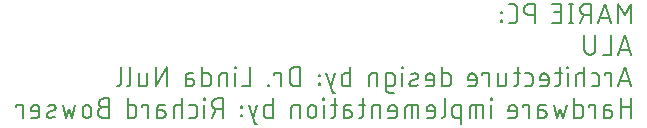
<source format=gbr>
G04 EAGLE Gerber RS-274X export*
G75*
%MOMM*%
%FSLAX34Y34*%
%LPD*%
%INSilkscreen Bottom*%
%IPPOS*%
%AMOC8*
5,1,8,0,0,1.08239X$1,22.5*%
G01*
%ADD10C,0.152400*%


D10*
X619238Y940772D02*
X619238Y957028D01*
X613819Y947997D01*
X608401Y957028D01*
X608401Y940772D01*
X602044Y940772D02*
X596625Y957028D01*
X591206Y940772D01*
X592561Y944836D02*
X600689Y944836D01*
X584897Y940772D02*
X584897Y957028D01*
X580381Y957028D01*
X580248Y957026D01*
X580116Y957020D01*
X579984Y957010D01*
X579852Y956997D01*
X579720Y956979D01*
X579590Y956958D01*
X579459Y956933D01*
X579330Y956904D01*
X579202Y956871D01*
X579074Y956835D01*
X578948Y956795D01*
X578823Y956751D01*
X578699Y956703D01*
X578577Y956652D01*
X578456Y956597D01*
X578337Y956539D01*
X578219Y956477D01*
X578104Y956412D01*
X577990Y956343D01*
X577879Y956272D01*
X577770Y956196D01*
X577663Y956118D01*
X577558Y956037D01*
X577456Y955952D01*
X577356Y955865D01*
X577259Y955775D01*
X577164Y955682D01*
X577073Y955586D01*
X576984Y955488D01*
X576898Y955387D01*
X576815Y955283D01*
X576735Y955177D01*
X576659Y955069D01*
X576585Y954959D01*
X576515Y954846D01*
X576448Y954732D01*
X576385Y954615D01*
X576325Y954497D01*
X576268Y954377D01*
X576215Y954255D01*
X576166Y954132D01*
X576120Y954008D01*
X576078Y953882D01*
X576040Y953755D01*
X576005Y953627D01*
X575974Y953498D01*
X575947Y953369D01*
X575924Y953238D01*
X575904Y953107D01*
X575889Y952975D01*
X575877Y952843D01*
X575869Y952711D01*
X575865Y952578D01*
X575865Y952446D01*
X575869Y952313D01*
X575877Y952181D01*
X575889Y952049D01*
X575904Y951917D01*
X575924Y951786D01*
X575947Y951655D01*
X575974Y951526D01*
X576005Y951397D01*
X576040Y951269D01*
X576078Y951142D01*
X576120Y951016D01*
X576166Y950892D01*
X576215Y950769D01*
X576268Y950647D01*
X576325Y950527D01*
X576385Y950409D01*
X576448Y950292D01*
X576515Y950178D01*
X576585Y950065D01*
X576659Y949955D01*
X576735Y949847D01*
X576815Y949741D01*
X576898Y949637D01*
X576984Y949536D01*
X577073Y949438D01*
X577164Y949342D01*
X577259Y949249D01*
X577356Y949159D01*
X577456Y949072D01*
X577558Y948987D01*
X577663Y948906D01*
X577770Y948828D01*
X577879Y948752D01*
X577990Y948681D01*
X578104Y948612D01*
X578219Y948547D01*
X578337Y948485D01*
X578456Y948427D01*
X578577Y948372D01*
X578699Y948321D01*
X578823Y948273D01*
X578948Y948229D01*
X579074Y948189D01*
X579202Y948153D01*
X579330Y948120D01*
X579459Y948091D01*
X579590Y948066D01*
X579720Y948045D01*
X579852Y948027D01*
X579984Y948014D01*
X580116Y948004D01*
X580248Y947998D01*
X580381Y947996D01*
X580381Y947997D02*
X584897Y947997D01*
X579478Y947997D02*
X575866Y940772D01*
X567968Y940772D02*
X567968Y957028D01*
X569774Y940772D02*
X566162Y940772D01*
X566162Y957028D02*
X569774Y957028D01*
X559427Y940772D02*
X552203Y940772D01*
X559427Y940772D02*
X559427Y957028D01*
X552203Y957028D01*
X554009Y949803D02*
X559427Y949803D01*
X537363Y957028D02*
X537363Y940772D01*
X537363Y957028D02*
X532847Y957028D01*
X532714Y957026D01*
X532582Y957020D01*
X532450Y957010D01*
X532318Y956997D01*
X532186Y956979D01*
X532056Y956958D01*
X531925Y956933D01*
X531796Y956904D01*
X531668Y956871D01*
X531540Y956835D01*
X531414Y956795D01*
X531289Y956751D01*
X531165Y956703D01*
X531043Y956652D01*
X530922Y956597D01*
X530803Y956539D01*
X530685Y956477D01*
X530570Y956412D01*
X530456Y956343D01*
X530345Y956272D01*
X530236Y956196D01*
X530129Y956118D01*
X530024Y956037D01*
X529922Y955952D01*
X529822Y955865D01*
X529725Y955775D01*
X529630Y955682D01*
X529539Y955586D01*
X529450Y955488D01*
X529364Y955387D01*
X529281Y955283D01*
X529201Y955177D01*
X529125Y955069D01*
X529051Y954959D01*
X528981Y954846D01*
X528914Y954732D01*
X528851Y954615D01*
X528791Y954497D01*
X528734Y954377D01*
X528681Y954255D01*
X528632Y954132D01*
X528586Y954008D01*
X528544Y953882D01*
X528506Y953755D01*
X528471Y953627D01*
X528440Y953498D01*
X528413Y953369D01*
X528390Y953238D01*
X528370Y953107D01*
X528355Y952975D01*
X528343Y952843D01*
X528335Y952711D01*
X528331Y952578D01*
X528331Y952446D01*
X528335Y952313D01*
X528343Y952181D01*
X528355Y952049D01*
X528370Y951917D01*
X528390Y951786D01*
X528413Y951655D01*
X528440Y951526D01*
X528471Y951397D01*
X528506Y951269D01*
X528544Y951142D01*
X528586Y951016D01*
X528632Y950892D01*
X528681Y950769D01*
X528734Y950647D01*
X528791Y950527D01*
X528851Y950409D01*
X528914Y950292D01*
X528981Y950178D01*
X529051Y950065D01*
X529125Y949955D01*
X529201Y949847D01*
X529281Y949741D01*
X529364Y949637D01*
X529450Y949536D01*
X529539Y949438D01*
X529630Y949342D01*
X529725Y949249D01*
X529822Y949159D01*
X529922Y949072D01*
X530024Y948987D01*
X530129Y948906D01*
X530236Y948828D01*
X530345Y948752D01*
X530456Y948681D01*
X530570Y948612D01*
X530685Y948547D01*
X530803Y948485D01*
X530922Y948427D01*
X531043Y948372D01*
X531165Y948321D01*
X531289Y948273D01*
X531414Y948229D01*
X531540Y948189D01*
X531668Y948153D01*
X531796Y948120D01*
X531925Y948091D01*
X532056Y948066D01*
X532186Y948045D01*
X532318Y948027D01*
X532450Y948014D01*
X532582Y948004D01*
X532714Y947998D01*
X532847Y947996D01*
X532847Y947997D02*
X537363Y947997D01*
X518890Y940772D02*
X515278Y940772D01*
X518890Y940772D02*
X519008Y940774D01*
X519126Y940780D01*
X519244Y940789D01*
X519361Y940803D01*
X519478Y940820D01*
X519595Y940841D01*
X519710Y940866D01*
X519825Y940895D01*
X519939Y940928D01*
X520051Y940964D01*
X520162Y941004D01*
X520272Y941047D01*
X520381Y941094D01*
X520488Y941144D01*
X520593Y941199D01*
X520696Y941256D01*
X520797Y941317D01*
X520897Y941381D01*
X520994Y941448D01*
X521089Y941518D01*
X521181Y941592D01*
X521272Y941668D01*
X521359Y941748D01*
X521444Y941830D01*
X521526Y941915D01*
X521606Y942002D01*
X521682Y942093D01*
X521756Y942185D01*
X521826Y942280D01*
X521893Y942377D01*
X521957Y942477D01*
X522018Y942578D01*
X522075Y942681D01*
X522130Y942786D01*
X522180Y942893D01*
X522227Y943002D01*
X522270Y943112D01*
X522310Y943223D01*
X522346Y943335D01*
X522379Y943449D01*
X522408Y943564D01*
X522433Y943679D01*
X522454Y943796D01*
X522471Y943913D01*
X522485Y944030D01*
X522494Y944148D01*
X522500Y944266D01*
X522502Y944384D01*
X522503Y944384D02*
X522503Y953416D01*
X522502Y953416D02*
X522500Y953534D01*
X522494Y953652D01*
X522485Y953770D01*
X522471Y953887D01*
X522454Y954004D01*
X522433Y954121D01*
X522408Y954236D01*
X522379Y954351D01*
X522346Y954465D01*
X522310Y954577D01*
X522270Y954688D01*
X522227Y954798D01*
X522180Y954907D01*
X522130Y955014D01*
X522075Y955119D01*
X522018Y955222D01*
X521957Y955323D01*
X521893Y955423D01*
X521826Y955520D01*
X521756Y955615D01*
X521682Y955707D01*
X521606Y955798D01*
X521526Y955885D01*
X521444Y955970D01*
X521359Y956052D01*
X521272Y956132D01*
X521181Y956208D01*
X521089Y956282D01*
X520994Y956352D01*
X520897Y956419D01*
X520797Y956483D01*
X520696Y956544D01*
X520593Y956601D01*
X520488Y956656D01*
X520381Y956706D01*
X520272Y956753D01*
X520162Y956796D01*
X520051Y956836D01*
X519939Y956872D01*
X519825Y956905D01*
X519710Y956934D01*
X519595Y956959D01*
X519478Y956980D01*
X519361Y956997D01*
X519244Y957011D01*
X519126Y957020D01*
X519008Y957026D01*
X518890Y957028D01*
X515278Y957028D01*
X509542Y943030D02*
X509542Y942127D01*
X509542Y943030D02*
X508639Y943030D01*
X508639Y942127D01*
X509542Y942127D01*
X509542Y949352D02*
X509542Y950255D01*
X508639Y950255D01*
X508639Y949352D01*
X509542Y949352D01*
X613819Y930358D02*
X619238Y914102D01*
X608401Y914102D02*
X613819Y930358D01*
X609755Y918166D02*
X617883Y918166D01*
X602153Y914102D02*
X602153Y930358D01*
X602153Y914102D02*
X594928Y914102D01*
X588636Y918618D02*
X588636Y930358D01*
X588636Y918618D02*
X588634Y918485D01*
X588628Y918353D01*
X588618Y918221D01*
X588605Y918089D01*
X588587Y917957D01*
X588566Y917827D01*
X588541Y917696D01*
X588512Y917567D01*
X588479Y917439D01*
X588443Y917311D01*
X588403Y917185D01*
X588359Y917060D01*
X588311Y916936D01*
X588260Y916814D01*
X588205Y916693D01*
X588147Y916574D01*
X588085Y916456D01*
X588020Y916341D01*
X587951Y916227D01*
X587880Y916116D01*
X587804Y916007D01*
X587726Y915900D01*
X587645Y915795D01*
X587560Y915693D01*
X587473Y915593D01*
X587383Y915496D01*
X587290Y915401D01*
X587194Y915310D01*
X587096Y915221D01*
X586995Y915135D01*
X586891Y915052D01*
X586785Y914972D01*
X586677Y914896D01*
X586567Y914822D01*
X586454Y914752D01*
X586340Y914685D01*
X586223Y914622D01*
X586105Y914562D01*
X585985Y914505D01*
X585863Y914452D01*
X585740Y914403D01*
X585616Y914357D01*
X585490Y914315D01*
X585363Y914277D01*
X585235Y914242D01*
X585106Y914211D01*
X584977Y914184D01*
X584846Y914161D01*
X584715Y914141D01*
X584583Y914126D01*
X584451Y914114D01*
X584319Y914106D01*
X584186Y914102D01*
X584054Y914102D01*
X583921Y914106D01*
X583789Y914114D01*
X583657Y914126D01*
X583525Y914141D01*
X583394Y914161D01*
X583263Y914184D01*
X583134Y914211D01*
X583005Y914242D01*
X582877Y914277D01*
X582750Y914315D01*
X582624Y914357D01*
X582500Y914403D01*
X582377Y914452D01*
X582255Y914505D01*
X582135Y914562D01*
X582017Y914622D01*
X581900Y914685D01*
X581786Y914752D01*
X581673Y914822D01*
X581563Y914896D01*
X581455Y914972D01*
X581349Y915052D01*
X581245Y915135D01*
X581144Y915221D01*
X581046Y915310D01*
X580950Y915401D01*
X580857Y915496D01*
X580767Y915593D01*
X580680Y915693D01*
X580595Y915795D01*
X580514Y915900D01*
X580436Y916007D01*
X580360Y916116D01*
X580289Y916227D01*
X580220Y916341D01*
X580155Y916456D01*
X580093Y916574D01*
X580035Y916693D01*
X579980Y916814D01*
X579929Y916936D01*
X579881Y917060D01*
X579837Y917185D01*
X579797Y917311D01*
X579761Y917439D01*
X579728Y917567D01*
X579699Y917696D01*
X579674Y917827D01*
X579653Y917957D01*
X579635Y918089D01*
X579622Y918221D01*
X579612Y918353D01*
X579606Y918485D01*
X579604Y918618D01*
X579604Y930358D01*
X613819Y903688D02*
X619238Y887432D01*
X608401Y887432D02*
X613819Y903688D01*
X609755Y891496D02*
X617883Y891496D01*
X602237Y887432D02*
X602237Y898269D01*
X596818Y898269D01*
X596818Y896463D01*
X589174Y887432D02*
X585561Y887432D01*
X589174Y887432D02*
X589275Y887434D01*
X589376Y887440D01*
X589477Y887449D01*
X589578Y887462D01*
X589678Y887479D01*
X589777Y887500D01*
X589875Y887524D01*
X589972Y887552D01*
X590069Y887584D01*
X590164Y887619D01*
X590257Y887658D01*
X590349Y887700D01*
X590440Y887746D01*
X590529Y887795D01*
X590615Y887847D01*
X590700Y887903D01*
X590783Y887961D01*
X590863Y888023D01*
X590941Y888088D01*
X591017Y888155D01*
X591090Y888225D01*
X591160Y888298D01*
X591227Y888374D01*
X591292Y888452D01*
X591354Y888532D01*
X591412Y888615D01*
X591468Y888700D01*
X591520Y888787D01*
X591569Y888875D01*
X591615Y888966D01*
X591657Y889058D01*
X591696Y889151D01*
X591731Y889246D01*
X591763Y889343D01*
X591791Y889440D01*
X591815Y889538D01*
X591836Y889637D01*
X591853Y889737D01*
X591866Y889838D01*
X591875Y889939D01*
X591881Y890040D01*
X591883Y890141D01*
X591883Y895560D01*
X591881Y895661D01*
X591875Y895762D01*
X591866Y895863D01*
X591853Y895964D01*
X591836Y896064D01*
X591815Y896163D01*
X591791Y896261D01*
X591763Y896358D01*
X591731Y896455D01*
X591696Y896550D01*
X591657Y896643D01*
X591615Y896735D01*
X591569Y896826D01*
X591520Y896915D01*
X591468Y897001D01*
X591412Y897086D01*
X591354Y897169D01*
X591292Y897249D01*
X591227Y897327D01*
X591160Y897403D01*
X591090Y897476D01*
X591017Y897546D01*
X590941Y897613D01*
X590863Y897678D01*
X590783Y897740D01*
X590700Y897798D01*
X590615Y897854D01*
X590529Y897906D01*
X590440Y897955D01*
X590349Y898001D01*
X590257Y898043D01*
X590164Y898082D01*
X590069Y898117D01*
X589972Y898149D01*
X589875Y898177D01*
X589777Y898201D01*
X589678Y898222D01*
X589578Y898239D01*
X589477Y898252D01*
X589376Y898261D01*
X589275Y898267D01*
X589174Y898269D01*
X585561Y898269D01*
X579396Y903688D02*
X579396Y887432D01*
X579396Y898269D02*
X574880Y898269D01*
X574776Y898267D01*
X574673Y898261D01*
X574569Y898251D01*
X574466Y898237D01*
X574364Y898219D01*
X574263Y898198D01*
X574162Y898172D01*
X574063Y898143D01*
X573964Y898110D01*
X573867Y898073D01*
X573772Y898032D01*
X573678Y897988D01*
X573586Y897940D01*
X573496Y897889D01*
X573407Y897834D01*
X573321Y897776D01*
X573238Y897714D01*
X573156Y897650D01*
X573078Y897582D01*
X573002Y897512D01*
X572928Y897439D01*
X572858Y897362D01*
X572790Y897284D01*
X572726Y897202D01*
X572664Y897119D01*
X572606Y897033D01*
X572551Y896944D01*
X572500Y896854D01*
X572452Y896762D01*
X572408Y896668D01*
X572367Y896573D01*
X572330Y896476D01*
X572297Y896377D01*
X572268Y896278D01*
X572242Y896177D01*
X572221Y896076D01*
X572203Y895974D01*
X572189Y895871D01*
X572179Y895767D01*
X572173Y895664D01*
X572171Y895560D01*
X572171Y887432D01*
X565363Y887432D02*
X565363Y898269D01*
X565814Y902785D02*
X565814Y903688D01*
X564911Y903688D01*
X564911Y902785D01*
X565814Y902785D01*
X560373Y898269D02*
X554954Y898269D01*
X558566Y903688D02*
X558566Y890141D01*
X558564Y890040D01*
X558558Y889939D01*
X558549Y889838D01*
X558536Y889737D01*
X558519Y889637D01*
X558498Y889538D01*
X558474Y889440D01*
X558446Y889343D01*
X558414Y889246D01*
X558379Y889151D01*
X558340Y889058D01*
X558298Y888966D01*
X558252Y888875D01*
X558203Y888787D01*
X558151Y888700D01*
X558095Y888615D01*
X558037Y888532D01*
X557975Y888452D01*
X557910Y888374D01*
X557843Y888298D01*
X557773Y888225D01*
X557700Y888155D01*
X557624Y888088D01*
X557546Y888023D01*
X557466Y887961D01*
X557383Y887903D01*
X557298Y887847D01*
X557212Y887795D01*
X557123Y887746D01*
X557032Y887700D01*
X556940Y887658D01*
X556847Y887619D01*
X556752Y887584D01*
X556655Y887552D01*
X556558Y887524D01*
X556460Y887500D01*
X556361Y887479D01*
X556261Y887462D01*
X556160Y887449D01*
X556059Y887440D01*
X555958Y887434D01*
X555857Y887432D01*
X554954Y887432D01*
X546466Y887432D02*
X541951Y887432D01*
X546466Y887432D02*
X546567Y887434D01*
X546668Y887440D01*
X546769Y887449D01*
X546870Y887462D01*
X546970Y887479D01*
X547069Y887500D01*
X547167Y887524D01*
X547264Y887552D01*
X547361Y887584D01*
X547456Y887619D01*
X547549Y887658D01*
X547641Y887700D01*
X547732Y887746D01*
X547821Y887795D01*
X547907Y887847D01*
X547992Y887903D01*
X548075Y887961D01*
X548155Y888023D01*
X548233Y888088D01*
X548309Y888155D01*
X548382Y888225D01*
X548452Y888298D01*
X548519Y888374D01*
X548584Y888452D01*
X548646Y888532D01*
X548704Y888615D01*
X548760Y888700D01*
X548812Y888787D01*
X548861Y888875D01*
X548907Y888966D01*
X548949Y889058D01*
X548988Y889151D01*
X549023Y889246D01*
X549055Y889343D01*
X549083Y889440D01*
X549107Y889538D01*
X549128Y889637D01*
X549145Y889737D01*
X549158Y889838D01*
X549167Y889939D01*
X549173Y890040D01*
X549175Y890141D01*
X549175Y894657D01*
X549173Y894776D01*
X549167Y894896D01*
X549157Y895015D01*
X549143Y895133D01*
X549126Y895252D01*
X549104Y895369D01*
X549079Y895486D01*
X549049Y895601D01*
X549016Y895716D01*
X548979Y895830D01*
X548939Y895942D01*
X548894Y896053D01*
X548846Y896162D01*
X548795Y896270D01*
X548740Y896376D01*
X548681Y896480D01*
X548619Y896582D01*
X548554Y896682D01*
X548485Y896780D01*
X548413Y896876D01*
X548338Y896969D01*
X548261Y897059D01*
X548180Y897147D01*
X548096Y897232D01*
X548009Y897314D01*
X547920Y897394D01*
X547828Y897470D01*
X547734Y897544D01*
X547637Y897614D01*
X547539Y897681D01*
X547438Y897745D01*
X547334Y897805D01*
X547229Y897862D01*
X547122Y897915D01*
X547014Y897965D01*
X546904Y898011D01*
X546792Y898053D01*
X546679Y898092D01*
X546565Y898127D01*
X546450Y898158D01*
X546333Y898186D01*
X546216Y898209D01*
X546099Y898229D01*
X545980Y898245D01*
X545861Y898257D01*
X545742Y898265D01*
X545623Y898269D01*
X545503Y898269D01*
X545384Y898265D01*
X545265Y898257D01*
X545146Y898245D01*
X545027Y898229D01*
X544910Y898209D01*
X544793Y898186D01*
X544676Y898158D01*
X544561Y898127D01*
X544447Y898092D01*
X544334Y898053D01*
X544222Y898011D01*
X544112Y897965D01*
X544004Y897915D01*
X543897Y897862D01*
X543792Y897805D01*
X543688Y897745D01*
X543587Y897681D01*
X543489Y897614D01*
X543392Y897544D01*
X543298Y897470D01*
X543206Y897394D01*
X543117Y897314D01*
X543030Y897232D01*
X542946Y897147D01*
X542865Y897059D01*
X542788Y896969D01*
X542713Y896876D01*
X542641Y896780D01*
X542572Y896682D01*
X542507Y896582D01*
X542445Y896480D01*
X542386Y896376D01*
X542331Y896270D01*
X542280Y896162D01*
X542232Y896053D01*
X542187Y895942D01*
X542147Y895830D01*
X542110Y895716D01*
X542077Y895601D01*
X542047Y895486D01*
X542022Y895369D01*
X542000Y895252D01*
X541983Y895133D01*
X541969Y895015D01*
X541959Y894896D01*
X541953Y894776D01*
X541951Y894657D01*
X541951Y892851D01*
X549175Y892851D01*
X532902Y887432D02*
X529289Y887432D01*
X532902Y887432D02*
X533003Y887434D01*
X533104Y887440D01*
X533205Y887449D01*
X533306Y887462D01*
X533406Y887479D01*
X533505Y887500D01*
X533603Y887524D01*
X533700Y887552D01*
X533797Y887584D01*
X533892Y887619D01*
X533985Y887658D01*
X534077Y887700D01*
X534168Y887746D01*
X534257Y887795D01*
X534343Y887847D01*
X534428Y887903D01*
X534511Y887961D01*
X534591Y888023D01*
X534669Y888088D01*
X534745Y888155D01*
X534818Y888225D01*
X534888Y888298D01*
X534955Y888374D01*
X535020Y888452D01*
X535082Y888532D01*
X535140Y888615D01*
X535196Y888700D01*
X535248Y888787D01*
X535297Y888875D01*
X535343Y888966D01*
X535385Y889058D01*
X535424Y889151D01*
X535459Y889246D01*
X535491Y889343D01*
X535519Y889440D01*
X535543Y889538D01*
X535564Y889637D01*
X535581Y889737D01*
X535594Y889838D01*
X535603Y889939D01*
X535609Y890040D01*
X535611Y890141D01*
X535611Y895560D01*
X535609Y895661D01*
X535603Y895762D01*
X535594Y895863D01*
X535581Y895964D01*
X535564Y896064D01*
X535543Y896163D01*
X535519Y896261D01*
X535491Y896358D01*
X535459Y896455D01*
X535424Y896550D01*
X535385Y896643D01*
X535343Y896735D01*
X535297Y896826D01*
X535248Y896915D01*
X535196Y897001D01*
X535140Y897086D01*
X535082Y897169D01*
X535020Y897249D01*
X534955Y897327D01*
X534888Y897403D01*
X534818Y897476D01*
X534745Y897546D01*
X534669Y897613D01*
X534591Y897678D01*
X534511Y897740D01*
X534428Y897798D01*
X534343Y897854D01*
X534257Y897906D01*
X534168Y897955D01*
X534077Y898001D01*
X533985Y898043D01*
X533892Y898082D01*
X533797Y898117D01*
X533700Y898149D01*
X533603Y898177D01*
X533505Y898201D01*
X533406Y898222D01*
X533306Y898239D01*
X533205Y898252D01*
X533104Y898261D01*
X533003Y898267D01*
X532902Y898269D01*
X529289Y898269D01*
X524942Y898269D02*
X519523Y898269D01*
X523136Y903688D02*
X523136Y890141D01*
X523135Y890141D02*
X523133Y890040D01*
X523127Y889939D01*
X523118Y889838D01*
X523105Y889737D01*
X523088Y889637D01*
X523067Y889538D01*
X523043Y889440D01*
X523015Y889343D01*
X522983Y889246D01*
X522948Y889151D01*
X522909Y889058D01*
X522867Y888966D01*
X522821Y888875D01*
X522772Y888787D01*
X522720Y888700D01*
X522664Y888615D01*
X522606Y888532D01*
X522544Y888452D01*
X522479Y888374D01*
X522412Y888298D01*
X522342Y888225D01*
X522269Y888155D01*
X522193Y888088D01*
X522115Y888023D01*
X522035Y887961D01*
X521952Y887903D01*
X521867Y887847D01*
X521781Y887795D01*
X521692Y887746D01*
X521601Y887700D01*
X521509Y887658D01*
X521416Y887619D01*
X521321Y887584D01*
X521224Y887552D01*
X521127Y887524D01*
X521029Y887500D01*
X520930Y887479D01*
X520830Y887462D01*
X520729Y887449D01*
X520628Y887440D01*
X520527Y887434D01*
X520426Y887432D01*
X519523Y887432D01*
X513224Y890141D02*
X513224Y898269D01*
X513223Y890141D02*
X513221Y890040D01*
X513215Y889939D01*
X513206Y889838D01*
X513193Y889737D01*
X513176Y889637D01*
X513155Y889538D01*
X513131Y889440D01*
X513103Y889343D01*
X513071Y889246D01*
X513036Y889151D01*
X512997Y889058D01*
X512955Y888966D01*
X512909Y888875D01*
X512860Y888787D01*
X512808Y888700D01*
X512752Y888615D01*
X512694Y888532D01*
X512632Y888452D01*
X512567Y888374D01*
X512500Y888298D01*
X512430Y888225D01*
X512357Y888155D01*
X512281Y888088D01*
X512203Y888023D01*
X512123Y887961D01*
X512040Y887903D01*
X511955Y887847D01*
X511869Y887795D01*
X511780Y887746D01*
X511689Y887700D01*
X511597Y887658D01*
X511504Y887619D01*
X511409Y887584D01*
X511312Y887552D01*
X511215Y887524D01*
X511117Y887500D01*
X511018Y887479D01*
X510918Y887462D01*
X510817Y887449D01*
X510716Y887440D01*
X510615Y887434D01*
X510514Y887432D01*
X505999Y887432D01*
X505999Y898269D01*
X498550Y898269D02*
X498550Y887432D01*
X498550Y898269D02*
X493131Y898269D01*
X493131Y896463D01*
X485504Y887432D02*
X480989Y887432D01*
X485504Y887432D02*
X485605Y887434D01*
X485706Y887440D01*
X485807Y887449D01*
X485908Y887462D01*
X486008Y887479D01*
X486107Y887500D01*
X486205Y887524D01*
X486302Y887552D01*
X486399Y887584D01*
X486494Y887619D01*
X486587Y887658D01*
X486679Y887700D01*
X486770Y887746D01*
X486859Y887795D01*
X486945Y887847D01*
X487030Y887903D01*
X487113Y887961D01*
X487193Y888023D01*
X487271Y888088D01*
X487347Y888155D01*
X487420Y888225D01*
X487490Y888298D01*
X487557Y888374D01*
X487622Y888452D01*
X487684Y888532D01*
X487742Y888615D01*
X487798Y888700D01*
X487850Y888787D01*
X487899Y888875D01*
X487945Y888966D01*
X487987Y889058D01*
X488026Y889151D01*
X488061Y889246D01*
X488093Y889343D01*
X488121Y889440D01*
X488145Y889538D01*
X488166Y889637D01*
X488183Y889737D01*
X488196Y889838D01*
X488205Y889939D01*
X488211Y890040D01*
X488213Y890141D01*
X488214Y890141D02*
X488214Y894657D01*
X488213Y894657D02*
X488211Y894776D01*
X488205Y894896D01*
X488195Y895015D01*
X488181Y895133D01*
X488164Y895252D01*
X488142Y895369D01*
X488117Y895486D01*
X488087Y895601D01*
X488054Y895716D01*
X488017Y895830D01*
X487977Y895942D01*
X487932Y896053D01*
X487884Y896162D01*
X487833Y896270D01*
X487778Y896376D01*
X487719Y896480D01*
X487657Y896582D01*
X487592Y896682D01*
X487523Y896780D01*
X487451Y896876D01*
X487376Y896969D01*
X487299Y897059D01*
X487218Y897147D01*
X487134Y897232D01*
X487047Y897314D01*
X486958Y897394D01*
X486866Y897470D01*
X486772Y897544D01*
X486675Y897614D01*
X486577Y897681D01*
X486476Y897745D01*
X486372Y897805D01*
X486267Y897862D01*
X486160Y897915D01*
X486052Y897965D01*
X485942Y898011D01*
X485830Y898053D01*
X485717Y898092D01*
X485603Y898127D01*
X485488Y898158D01*
X485371Y898186D01*
X485254Y898209D01*
X485137Y898229D01*
X485018Y898245D01*
X484899Y898257D01*
X484780Y898265D01*
X484661Y898269D01*
X484541Y898269D01*
X484422Y898265D01*
X484303Y898257D01*
X484184Y898245D01*
X484065Y898229D01*
X483948Y898209D01*
X483831Y898186D01*
X483714Y898158D01*
X483599Y898127D01*
X483485Y898092D01*
X483372Y898053D01*
X483260Y898011D01*
X483150Y897965D01*
X483042Y897915D01*
X482935Y897862D01*
X482830Y897805D01*
X482726Y897745D01*
X482625Y897681D01*
X482527Y897614D01*
X482430Y897544D01*
X482336Y897470D01*
X482244Y897394D01*
X482155Y897314D01*
X482068Y897232D01*
X481984Y897147D01*
X481903Y897059D01*
X481826Y896969D01*
X481751Y896876D01*
X481679Y896780D01*
X481610Y896682D01*
X481545Y896582D01*
X481483Y896480D01*
X481424Y896376D01*
X481369Y896270D01*
X481318Y896162D01*
X481270Y896053D01*
X481225Y895942D01*
X481185Y895830D01*
X481148Y895716D01*
X481115Y895601D01*
X481085Y895486D01*
X481060Y895369D01*
X481038Y895252D01*
X481021Y895133D01*
X481007Y895015D01*
X480997Y894896D01*
X480991Y894776D01*
X480989Y894657D01*
X480989Y892851D01*
X488214Y892851D01*
X459178Y887432D02*
X459178Y903688D01*
X459178Y887432D02*
X463694Y887432D01*
X463795Y887434D01*
X463896Y887440D01*
X463997Y887449D01*
X464098Y887462D01*
X464198Y887479D01*
X464297Y887500D01*
X464395Y887524D01*
X464492Y887552D01*
X464589Y887584D01*
X464684Y887619D01*
X464777Y887658D01*
X464869Y887700D01*
X464960Y887746D01*
X465049Y887795D01*
X465135Y887847D01*
X465220Y887903D01*
X465303Y887961D01*
X465383Y888023D01*
X465461Y888088D01*
X465537Y888155D01*
X465610Y888225D01*
X465680Y888298D01*
X465747Y888374D01*
X465812Y888452D01*
X465874Y888532D01*
X465932Y888615D01*
X465988Y888700D01*
X466040Y888787D01*
X466089Y888875D01*
X466135Y888966D01*
X466177Y889058D01*
X466216Y889151D01*
X466251Y889246D01*
X466283Y889343D01*
X466311Y889440D01*
X466335Y889538D01*
X466356Y889637D01*
X466373Y889737D01*
X466386Y889838D01*
X466395Y889939D01*
X466401Y890040D01*
X466403Y890141D01*
X466403Y895560D01*
X466401Y895661D01*
X466395Y895762D01*
X466386Y895863D01*
X466373Y895964D01*
X466356Y896064D01*
X466335Y896163D01*
X466311Y896261D01*
X466283Y896358D01*
X466251Y896455D01*
X466216Y896550D01*
X466177Y896643D01*
X466135Y896735D01*
X466089Y896826D01*
X466040Y896915D01*
X465988Y897001D01*
X465932Y897086D01*
X465874Y897169D01*
X465812Y897249D01*
X465747Y897327D01*
X465680Y897403D01*
X465610Y897476D01*
X465537Y897546D01*
X465461Y897613D01*
X465383Y897678D01*
X465303Y897740D01*
X465220Y897798D01*
X465135Y897854D01*
X465049Y897906D01*
X464960Y897955D01*
X464869Y898001D01*
X464777Y898043D01*
X464684Y898082D01*
X464589Y898117D01*
X464492Y898149D01*
X464395Y898177D01*
X464297Y898201D01*
X464198Y898222D01*
X464098Y898239D01*
X463997Y898252D01*
X463896Y898261D01*
X463795Y898267D01*
X463694Y898269D01*
X459178Y898269D01*
X449553Y887432D02*
X445037Y887432D01*
X449553Y887432D02*
X449654Y887434D01*
X449755Y887440D01*
X449856Y887449D01*
X449957Y887462D01*
X450057Y887479D01*
X450156Y887500D01*
X450254Y887524D01*
X450351Y887552D01*
X450448Y887584D01*
X450543Y887619D01*
X450636Y887658D01*
X450728Y887700D01*
X450819Y887746D01*
X450908Y887795D01*
X450994Y887847D01*
X451079Y887903D01*
X451162Y887961D01*
X451242Y888023D01*
X451320Y888088D01*
X451396Y888155D01*
X451469Y888225D01*
X451539Y888298D01*
X451606Y888374D01*
X451671Y888452D01*
X451733Y888532D01*
X451791Y888615D01*
X451847Y888700D01*
X451899Y888787D01*
X451948Y888875D01*
X451994Y888966D01*
X452036Y889058D01*
X452075Y889151D01*
X452110Y889246D01*
X452142Y889343D01*
X452170Y889440D01*
X452194Y889538D01*
X452215Y889637D01*
X452232Y889737D01*
X452245Y889838D01*
X452254Y889939D01*
X452260Y890040D01*
X452262Y890141D01*
X452262Y894657D01*
X452260Y894776D01*
X452254Y894896D01*
X452244Y895015D01*
X452230Y895133D01*
X452213Y895252D01*
X452191Y895369D01*
X452166Y895486D01*
X452136Y895601D01*
X452103Y895716D01*
X452066Y895830D01*
X452026Y895942D01*
X451981Y896053D01*
X451933Y896162D01*
X451882Y896270D01*
X451827Y896376D01*
X451768Y896480D01*
X451706Y896582D01*
X451641Y896682D01*
X451572Y896780D01*
X451500Y896876D01*
X451425Y896969D01*
X451348Y897059D01*
X451267Y897147D01*
X451183Y897232D01*
X451096Y897314D01*
X451007Y897394D01*
X450915Y897470D01*
X450821Y897544D01*
X450724Y897614D01*
X450626Y897681D01*
X450525Y897745D01*
X450421Y897805D01*
X450316Y897862D01*
X450209Y897915D01*
X450101Y897965D01*
X449991Y898011D01*
X449879Y898053D01*
X449766Y898092D01*
X449652Y898127D01*
X449537Y898158D01*
X449420Y898186D01*
X449303Y898209D01*
X449186Y898229D01*
X449067Y898245D01*
X448948Y898257D01*
X448829Y898265D01*
X448710Y898269D01*
X448590Y898269D01*
X448471Y898265D01*
X448352Y898257D01*
X448233Y898245D01*
X448114Y898229D01*
X447997Y898209D01*
X447880Y898186D01*
X447763Y898158D01*
X447648Y898127D01*
X447534Y898092D01*
X447421Y898053D01*
X447309Y898011D01*
X447199Y897965D01*
X447091Y897915D01*
X446984Y897862D01*
X446879Y897805D01*
X446775Y897745D01*
X446674Y897681D01*
X446576Y897614D01*
X446479Y897544D01*
X446385Y897470D01*
X446293Y897394D01*
X446204Y897314D01*
X446117Y897232D01*
X446033Y897147D01*
X445952Y897059D01*
X445875Y896969D01*
X445800Y896876D01*
X445728Y896780D01*
X445659Y896682D01*
X445594Y896582D01*
X445532Y896480D01*
X445473Y896376D01*
X445418Y896270D01*
X445367Y896162D01*
X445319Y896053D01*
X445274Y895942D01*
X445234Y895830D01*
X445197Y895716D01*
X445164Y895601D01*
X445134Y895486D01*
X445109Y895369D01*
X445087Y895252D01*
X445070Y895133D01*
X445056Y895015D01*
X445046Y894896D01*
X445040Y894776D01*
X445038Y894657D01*
X445037Y894657D02*
X445037Y892851D01*
X452262Y892851D01*
X437360Y893754D02*
X432845Y891948D01*
X437361Y893754D02*
X437449Y893791D01*
X437535Y893832D01*
X437620Y893876D01*
X437703Y893924D01*
X437783Y893975D01*
X437862Y894029D01*
X437938Y894087D01*
X438012Y894147D01*
X438084Y894211D01*
X438152Y894277D01*
X438218Y894347D01*
X438281Y894418D01*
X438342Y894493D01*
X438399Y894569D01*
X438452Y894648D01*
X438503Y894729D01*
X438550Y894812D01*
X438594Y894897D01*
X438634Y894984D01*
X438671Y895072D01*
X438704Y895162D01*
X438734Y895253D01*
X438759Y895345D01*
X438781Y895438D01*
X438799Y895532D01*
X438814Y895626D01*
X438824Y895721D01*
X438830Y895817D01*
X438833Y895912D01*
X438832Y896008D01*
X438826Y896103D01*
X438817Y896199D01*
X438804Y896293D01*
X438788Y896387D01*
X438767Y896481D01*
X438742Y896573D01*
X438714Y896664D01*
X438682Y896754D01*
X438647Y896843D01*
X438608Y896930D01*
X438565Y897016D01*
X438519Y897100D01*
X438469Y897181D01*
X438417Y897261D01*
X438361Y897339D01*
X438301Y897414D01*
X438239Y897486D01*
X438174Y897556D01*
X438106Y897624D01*
X438036Y897688D01*
X437963Y897750D01*
X437887Y897808D01*
X437809Y897864D01*
X437729Y897916D01*
X437647Y897965D01*
X437563Y898010D01*
X437477Y898052D01*
X437390Y898091D01*
X437301Y898126D01*
X437210Y898157D01*
X437119Y898184D01*
X437026Y898208D01*
X436933Y898228D01*
X436839Y898244D01*
X436744Y898256D01*
X436649Y898265D01*
X436553Y898269D01*
X436458Y898270D01*
X436211Y898263D01*
X435965Y898251D01*
X435719Y898233D01*
X435473Y898208D01*
X435229Y898178D01*
X434985Y898142D01*
X434742Y898101D01*
X434500Y898053D01*
X434259Y897999D01*
X434020Y897940D01*
X433782Y897875D01*
X433546Y897804D01*
X433311Y897728D01*
X433078Y897646D01*
X432848Y897558D01*
X432620Y897465D01*
X432393Y897367D01*
X432844Y891947D02*
X432756Y891910D01*
X432670Y891869D01*
X432585Y891825D01*
X432502Y891777D01*
X432422Y891726D01*
X432343Y891672D01*
X432267Y891614D01*
X432193Y891554D01*
X432121Y891490D01*
X432053Y891424D01*
X431987Y891354D01*
X431924Y891283D01*
X431863Y891208D01*
X431806Y891132D01*
X431753Y891053D01*
X431702Y890972D01*
X431655Y890889D01*
X431611Y890804D01*
X431571Y890717D01*
X431534Y890629D01*
X431501Y890539D01*
X431471Y890448D01*
X431446Y890356D01*
X431424Y890263D01*
X431406Y890169D01*
X431391Y890075D01*
X431381Y889980D01*
X431375Y889884D01*
X431372Y889789D01*
X431373Y889693D01*
X431379Y889598D01*
X431388Y889502D01*
X431401Y889408D01*
X431417Y889314D01*
X431438Y889220D01*
X431463Y889128D01*
X431491Y889037D01*
X431523Y888947D01*
X431558Y888858D01*
X431597Y888771D01*
X431640Y888685D01*
X431686Y888601D01*
X431736Y888520D01*
X431788Y888440D01*
X431844Y888362D01*
X431904Y888287D01*
X431966Y888215D01*
X432031Y888145D01*
X432099Y888077D01*
X432169Y888013D01*
X432242Y887951D01*
X432318Y887893D01*
X432396Y887837D01*
X432476Y887785D01*
X432558Y887736D01*
X432642Y887691D01*
X432728Y887649D01*
X432815Y887610D01*
X432904Y887575D01*
X432995Y887544D01*
X433086Y887517D01*
X433179Y887493D01*
X433272Y887473D01*
X433366Y887457D01*
X433461Y887445D01*
X433556Y887436D01*
X433652Y887432D01*
X433747Y887431D01*
X433748Y887432D02*
X434110Y887441D01*
X434472Y887459D01*
X434833Y887486D01*
X435193Y887521D01*
X435553Y887564D01*
X435912Y887616D01*
X436269Y887677D01*
X436624Y887746D01*
X436978Y887823D01*
X437330Y887909D01*
X437680Y888003D01*
X438028Y888106D01*
X438373Y888216D01*
X438715Y888335D01*
X425203Y887432D02*
X425203Y898269D01*
X425654Y902785D02*
X425654Y903688D01*
X424751Y903688D01*
X424751Y902785D01*
X425654Y902785D01*
X416279Y887432D02*
X411764Y887432D01*
X416279Y887432D02*
X416380Y887434D01*
X416481Y887440D01*
X416582Y887449D01*
X416683Y887462D01*
X416783Y887479D01*
X416882Y887500D01*
X416980Y887524D01*
X417077Y887552D01*
X417174Y887584D01*
X417269Y887619D01*
X417362Y887658D01*
X417454Y887700D01*
X417545Y887746D01*
X417634Y887795D01*
X417720Y887847D01*
X417805Y887903D01*
X417888Y887961D01*
X417968Y888023D01*
X418046Y888088D01*
X418122Y888155D01*
X418195Y888225D01*
X418265Y888298D01*
X418332Y888374D01*
X418397Y888452D01*
X418459Y888532D01*
X418517Y888615D01*
X418573Y888700D01*
X418625Y888787D01*
X418674Y888875D01*
X418720Y888966D01*
X418762Y889058D01*
X418801Y889151D01*
X418836Y889246D01*
X418868Y889343D01*
X418896Y889440D01*
X418920Y889538D01*
X418941Y889637D01*
X418958Y889737D01*
X418971Y889838D01*
X418980Y889939D01*
X418986Y890040D01*
X418988Y890141D01*
X418989Y890141D02*
X418989Y895560D01*
X418988Y895560D02*
X418986Y895661D01*
X418980Y895762D01*
X418971Y895863D01*
X418958Y895964D01*
X418941Y896064D01*
X418920Y896163D01*
X418896Y896261D01*
X418868Y896358D01*
X418836Y896455D01*
X418801Y896550D01*
X418762Y896643D01*
X418720Y896735D01*
X418674Y896826D01*
X418625Y896915D01*
X418573Y897001D01*
X418517Y897086D01*
X418459Y897169D01*
X418397Y897249D01*
X418332Y897327D01*
X418265Y897403D01*
X418195Y897476D01*
X418122Y897546D01*
X418046Y897613D01*
X417968Y897678D01*
X417888Y897740D01*
X417805Y897798D01*
X417720Y897854D01*
X417634Y897906D01*
X417545Y897955D01*
X417454Y898001D01*
X417362Y898043D01*
X417269Y898082D01*
X417174Y898117D01*
X417077Y898149D01*
X416980Y898177D01*
X416882Y898201D01*
X416783Y898222D01*
X416683Y898239D01*
X416582Y898252D01*
X416481Y898261D01*
X416380Y898267D01*
X416279Y898269D01*
X411764Y898269D01*
X411764Y884723D01*
X411766Y884622D01*
X411772Y884521D01*
X411781Y884420D01*
X411794Y884319D01*
X411811Y884219D01*
X411832Y884120D01*
X411856Y884022D01*
X411884Y883925D01*
X411916Y883828D01*
X411951Y883733D01*
X411990Y883640D01*
X412032Y883548D01*
X412078Y883457D01*
X412127Y883369D01*
X412179Y883282D01*
X412235Y883197D01*
X412293Y883114D01*
X412355Y883034D01*
X412420Y882956D01*
X412487Y882880D01*
X412557Y882807D01*
X412630Y882737D01*
X412706Y882670D01*
X412784Y882605D01*
X412864Y882543D01*
X412947Y882485D01*
X413032Y882429D01*
X413119Y882377D01*
X413207Y882328D01*
X413298Y882282D01*
X413390Y882240D01*
X413483Y882201D01*
X413578Y882166D01*
X413675Y882134D01*
X413772Y882106D01*
X413870Y882082D01*
X413969Y882061D01*
X414069Y882044D01*
X414170Y882031D01*
X414271Y882022D01*
X414372Y882016D01*
X414473Y882014D01*
X414473Y882013D02*
X418086Y882013D01*
X404326Y887432D02*
X404326Y898269D01*
X399811Y898269D01*
X399707Y898267D01*
X399604Y898261D01*
X399500Y898251D01*
X399397Y898237D01*
X399295Y898219D01*
X399194Y898198D01*
X399093Y898172D01*
X398994Y898143D01*
X398895Y898110D01*
X398798Y898073D01*
X398703Y898032D01*
X398609Y897988D01*
X398517Y897940D01*
X398427Y897889D01*
X398338Y897834D01*
X398252Y897776D01*
X398169Y897714D01*
X398087Y897650D01*
X398009Y897582D01*
X397933Y897512D01*
X397859Y897439D01*
X397789Y897362D01*
X397721Y897284D01*
X397657Y897202D01*
X397595Y897119D01*
X397537Y897033D01*
X397482Y896944D01*
X397431Y896854D01*
X397383Y896762D01*
X397339Y896668D01*
X397298Y896573D01*
X397261Y896476D01*
X397228Y896377D01*
X397199Y896278D01*
X397173Y896177D01*
X397152Y896076D01*
X397134Y895974D01*
X397120Y895871D01*
X397110Y895767D01*
X397104Y895664D01*
X397102Y895560D01*
X397101Y895560D02*
X397101Y887432D01*
X381327Y887432D02*
X381327Y903688D01*
X381327Y887432D02*
X376812Y887432D01*
X376708Y887434D01*
X376605Y887440D01*
X376501Y887450D01*
X376398Y887464D01*
X376296Y887482D01*
X376195Y887503D01*
X376094Y887529D01*
X375995Y887558D01*
X375896Y887591D01*
X375799Y887628D01*
X375704Y887669D01*
X375610Y887713D01*
X375518Y887761D01*
X375428Y887812D01*
X375339Y887867D01*
X375253Y887925D01*
X375170Y887987D01*
X375088Y888051D01*
X375010Y888119D01*
X374934Y888189D01*
X374860Y888262D01*
X374790Y888339D01*
X374722Y888417D01*
X374658Y888499D01*
X374596Y888582D01*
X374538Y888668D01*
X374483Y888757D01*
X374432Y888847D01*
X374384Y888939D01*
X374340Y889033D01*
X374299Y889128D01*
X374262Y889225D01*
X374229Y889324D01*
X374200Y889423D01*
X374174Y889524D01*
X374153Y889625D01*
X374135Y889727D01*
X374121Y889830D01*
X374111Y889934D01*
X374105Y890037D01*
X374103Y890141D01*
X374102Y890141D02*
X374102Y895560D01*
X374103Y895560D02*
X374105Y895661D01*
X374111Y895762D01*
X374120Y895863D01*
X374133Y895964D01*
X374150Y896064D01*
X374171Y896163D01*
X374195Y896261D01*
X374223Y896358D01*
X374255Y896455D01*
X374290Y896550D01*
X374329Y896643D01*
X374371Y896735D01*
X374417Y896826D01*
X374466Y896915D01*
X374518Y897001D01*
X374574Y897086D01*
X374632Y897169D01*
X374694Y897249D01*
X374759Y897327D01*
X374826Y897403D01*
X374896Y897476D01*
X374969Y897546D01*
X375045Y897613D01*
X375123Y897678D01*
X375203Y897740D01*
X375286Y897798D01*
X375371Y897854D01*
X375458Y897906D01*
X375546Y897955D01*
X375637Y898001D01*
X375729Y898043D01*
X375822Y898082D01*
X375917Y898117D01*
X376014Y898149D01*
X376111Y898177D01*
X376209Y898201D01*
X376308Y898222D01*
X376408Y898239D01*
X376509Y898252D01*
X376610Y898261D01*
X376711Y898267D01*
X376812Y898269D01*
X381327Y898269D01*
X368374Y882013D02*
X366568Y882013D01*
X361150Y898269D01*
X368374Y898269D02*
X364762Y887432D01*
X355314Y888787D02*
X355314Y889690D01*
X354411Y889690D01*
X354411Y888787D01*
X355314Y888787D01*
X355314Y896012D02*
X355314Y896915D01*
X354411Y896915D01*
X354411Y896012D01*
X355314Y896012D01*
X339057Y903688D02*
X339057Y887432D01*
X339057Y903688D02*
X334542Y903688D01*
X334411Y903686D01*
X334279Y903680D01*
X334148Y903671D01*
X334018Y903657D01*
X333887Y903640D01*
X333758Y903619D01*
X333629Y903595D01*
X333501Y903566D01*
X333373Y903534D01*
X333247Y903498D01*
X333122Y903459D01*
X332997Y903416D01*
X332875Y903369D01*
X332753Y903319D01*
X332633Y903265D01*
X332515Y903208D01*
X332399Y903147D01*
X332284Y903083D01*
X332171Y903016D01*
X332060Y902945D01*
X331952Y902871D01*
X331845Y902794D01*
X331741Y902714D01*
X331639Y902631D01*
X331540Y902546D01*
X331443Y902457D01*
X331349Y902365D01*
X331257Y902271D01*
X331168Y902174D01*
X331083Y902075D01*
X331000Y901973D01*
X330920Y901869D01*
X330843Y901762D01*
X330769Y901654D01*
X330698Y901543D01*
X330631Y901430D01*
X330567Y901315D01*
X330506Y901199D01*
X330449Y901081D01*
X330395Y900961D01*
X330345Y900839D01*
X330298Y900717D01*
X330255Y900592D01*
X330216Y900467D01*
X330180Y900341D01*
X330148Y900213D01*
X330119Y900085D01*
X330095Y899956D01*
X330074Y899827D01*
X330057Y899696D01*
X330043Y899566D01*
X330034Y899435D01*
X330028Y899303D01*
X330026Y899172D01*
X330026Y891948D01*
X330028Y891817D01*
X330034Y891685D01*
X330043Y891554D01*
X330057Y891424D01*
X330074Y891293D01*
X330095Y891164D01*
X330119Y891035D01*
X330148Y890907D01*
X330180Y890779D01*
X330216Y890653D01*
X330255Y890528D01*
X330298Y890403D01*
X330345Y890281D01*
X330395Y890159D01*
X330449Y890039D01*
X330506Y889921D01*
X330567Y889805D01*
X330631Y889690D01*
X330698Y889577D01*
X330769Y889466D01*
X330843Y889358D01*
X330920Y889251D01*
X331000Y889147D01*
X331083Y889045D01*
X331168Y888946D01*
X331257Y888849D01*
X331349Y888755D01*
X331443Y888663D01*
X331540Y888574D01*
X331639Y888489D01*
X331741Y888406D01*
X331845Y888326D01*
X331952Y888249D01*
X332060Y888175D01*
X332171Y888104D01*
X332284Y888037D01*
X332399Y887973D01*
X332515Y887912D01*
X332633Y887855D01*
X332753Y887801D01*
X332875Y887751D01*
X332997Y887704D01*
X333122Y887661D01*
X333247Y887622D01*
X333373Y887586D01*
X333501Y887554D01*
X333629Y887525D01*
X333758Y887501D01*
X333887Y887480D01*
X334018Y887463D01*
X334148Y887449D01*
X334279Y887440D01*
X334411Y887434D01*
X334542Y887432D01*
X339057Y887432D01*
X322438Y887432D02*
X322438Y898269D01*
X317019Y898269D01*
X317019Y896463D01*
X312589Y888335D02*
X312589Y887432D01*
X312589Y888335D02*
X311685Y888335D01*
X311685Y887432D01*
X312589Y887432D01*
X296823Y887432D02*
X296823Y903688D01*
X296823Y887432D02*
X289598Y887432D01*
X284001Y887432D02*
X284001Y898269D01*
X284452Y902785D02*
X284452Y903688D01*
X283549Y903688D01*
X283549Y902785D01*
X284452Y902785D01*
X277192Y898269D02*
X277192Y887432D01*
X277192Y898269D02*
X272677Y898269D01*
X272573Y898267D01*
X272470Y898261D01*
X272366Y898251D01*
X272263Y898237D01*
X272161Y898219D01*
X272060Y898198D01*
X271959Y898172D01*
X271860Y898143D01*
X271761Y898110D01*
X271664Y898073D01*
X271569Y898032D01*
X271475Y897988D01*
X271383Y897940D01*
X271293Y897889D01*
X271204Y897834D01*
X271118Y897776D01*
X271035Y897714D01*
X270953Y897650D01*
X270875Y897582D01*
X270799Y897512D01*
X270725Y897439D01*
X270655Y897362D01*
X270587Y897284D01*
X270523Y897202D01*
X270461Y897119D01*
X270403Y897033D01*
X270348Y896944D01*
X270297Y896854D01*
X270249Y896762D01*
X270205Y896668D01*
X270164Y896573D01*
X270127Y896476D01*
X270094Y896377D01*
X270065Y896278D01*
X270039Y896177D01*
X270018Y896076D01*
X270000Y895974D01*
X269986Y895871D01*
X269976Y895767D01*
X269970Y895664D01*
X269968Y895560D01*
X269968Y887432D01*
X255973Y887432D02*
X255973Y903688D01*
X255973Y887432D02*
X260488Y887432D01*
X260589Y887434D01*
X260690Y887440D01*
X260791Y887449D01*
X260892Y887462D01*
X260992Y887479D01*
X261091Y887500D01*
X261189Y887524D01*
X261286Y887552D01*
X261383Y887584D01*
X261478Y887619D01*
X261571Y887658D01*
X261663Y887700D01*
X261754Y887746D01*
X261843Y887795D01*
X261929Y887847D01*
X262014Y887903D01*
X262097Y887961D01*
X262177Y888023D01*
X262255Y888088D01*
X262331Y888155D01*
X262404Y888225D01*
X262474Y888298D01*
X262541Y888374D01*
X262606Y888452D01*
X262668Y888532D01*
X262726Y888615D01*
X262782Y888700D01*
X262834Y888787D01*
X262883Y888875D01*
X262929Y888966D01*
X262971Y889058D01*
X263010Y889151D01*
X263045Y889246D01*
X263077Y889343D01*
X263105Y889440D01*
X263129Y889538D01*
X263150Y889637D01*
X263167Y889737D01*
X263180Y889838D01*
X263189Y889939D01*
X263195Y890040D01*
X263197Y890141D01*
X263198Y890141D02*
X263198Y895560D01*
X263197Y895560D02*
X263195Y895661D01*
X263189Y895762D01*
X263180Y895863D01*
X263167Y895964D01*
X263150Y896064D01*
X263129Y896163D01*
X263105Y896261D01*
X263077Y896358D01*
X263045Y896455D01*
X263010Y896550D01*
X262971Y896643D01*
X262929Y896735D01*
X262883Y896826D01*
X262834Y896915D01*
X262782Y897001D01*
X262726Y897086D01*
X262668Y897169D01*
X262606Y897249D01*
X262541Y897327D01*
X262474Y897403D01*
X262404Y897476D01*
X262331Y897546D01*
X262255Y897613D01*
X262177Y897678D01*
X262097Y897740D01*
X262014Y897798D01*
X261929Y897854D01*
X261843Y897906D01*
X261754Y897955D01*
X261663Y898001D01*
X261571Y898043D01*
X261478Y898082D01*
X261383Y898117D01*
X261286Y898149D01*
X261189Y898177D01*
X261091Y898201D01*
X260992Y898222D01*
X260892Y898239D01*
X260791Y898252D01*
X260690Y898261D01*
X260589Y898267D01*
X260488Y898269D01*
X255973Y898269D01*
X245969Y893754D02*
X241905Y893754D01*
X245969Y893754D02*
X246081Y893752D01*
X246192Y893746D01*
X246303Y893736D01*
X246414Y893723D01*
X246524Y893705D01*
X246633Y893683D01*
X246742Y893658D01*
X246850Y893629D01*
X246956Y893596D01*
X247062Y893559D01*
X247166Y893519D01*
X247268Y893475D01*
X247369Y893427D01*
X247468Y893376D01*
X247566Y893321D01*
X247661Y893263D01*
X247754Y893202D01*
X247845Y893137D01*
X247934Y893069D01*
X248020Y892998D01*
X248103Y892925D01*
X248184Y892848D01*
X248263Y892768D01*
X248338Y892686D01*
X248410Y892601D01*
X248480Y892514D01*
X248546Y892424D01*
X248609Y892332D01*
X248669Y892237D01*
X248725Y892141D01*
X248778Y892043D01*
X248827Y891943D01*
X248873Y891841D01*
X248915Y891738D01*
X248954Y891633D01*
X248989Y891527D01*
X249020Y891420D01*
X249047Y891312D01*
X249071Y891203D01*
X249090Y891093D01*
X249106Y890983D01*
X249118Y890872D01*
X249126Y890760D01*
X249130Y890649D01*
X249130Y890537D01*
X249126Y890426D01*
X249118Y890314D01*
X249106Y890203D01*
X249090Y890093D01*
X249071Y889983D01*
X249047Y889874D01*
X249020Y889766D01*
X248989Y889659D01*
X248954Y889553D01*
X248915Y889448D01*
X248873Y889345D01*
X248827Y889243D01*
X248778Y889143D01*
X248725Y889045D01*
X248669Y888949D01*
X248609Y888854D01*
X248546Y888762D01*
X248480Y888672D01*
X248410Y888585D01*
X248338Y888500D01*
X248263Y888418D01*
X248184Y888338D01*
X248103Y888261D01*
X248020Y888188D01*
X247934Y888117D01*
X247845Y888049D01*
X247754Y887984D01*
X247661Y887923D01*
X247566Y887865D01*
X247468Y887810D01*
X247369Y887759D01*
X247268Y887711D01*
X247166Y887667D01*
X247062Y887627D01*
X246956Y887590D01*
X246850Y887557D01*
X246742Y887528D01*
X246633Y887503D01*
X246524Y887481D01*
X246414Y887463D01*
X246303Y887450D01*
X246192Y887440D01*
X246081Y887434D01*
X245969Y887432D01*
X241905Y887432D01*
X241905Y895560D01*
X241907Y895661D01*
X241913Y895762D01*
X241922Y895863D01*
X241935Y895964D01*
X241952Y896064D01*
X241973Y896163D01*
X241997Y896261D01*
X242025Y896358D01*
X242057Y896455D01*
X242092Y896550D01*
X242131Y896643D01*
X242173Y896735D01*
X242219Y896826D01*
X242268Y896915D01*
X242320Y897001D01*
X242376Y897086D01*
X242434Y897169D01*
X242496Y897249D01*
X242561Y897327D01*
X242628Y897403D01*
X242698Y897476D01*
X242771Y897546D01*
X242847Y897613D01*
X242925Y897678D01*
X243005Y897740D01*
X243088Y897798D01*
X243173Y897854D01*
X243260Y897906D01*
X243348Y897955D01*
X243439Y898001D01*
X243531Y898043D01*
X243624Y898082D01*
X243719Y898117D01*
X243816Y898149D01*
X243913Y898177D01*
X244011Y898201D01*
X244110Y898222D01*
X244210Y898239D01*
X244311Y898252D01*
X244412Y898261D01*
X244513Y898267D01*
X244614Y898269D01*
X248226Y898269D01*
X225992Y903688D02*
X225992Y887432D01*
X216960Y887432D02*
X225992Y903688D01*
X216960Y903688D02*
X216960Y887432D01*
X209457Y890141D02*
X209457Y898269D01*
X209457Y890141D02*
X209455Y890040D01*
X209449Y889939D01*
X209440Y889838D01*
X209427Y889737D01*
X209410Y889637D01*
X209389Y889538D01*
X209365Y889440D01*
X209337Y889343D01*
X209305Y889246D01*
X209270Y889151D01*
X209231Y889058D01*
X209189Y888966D01*
X209143Y888875D01*
X209094Y888787D01*
X209042Y888700D01*
X208986Y888615D01*
X208928Y888532D01*
X208866Y888452D01*
X208801Y888374D01*
X208734Y888298D01*
X208664Y888225D01*
X208591Y888155D01*
X208515Y888088D01*
X208437Y888023D01*
X208357Y887961D01*
X208274Y887903D01*
X208189Y887847D01*
X208103Y887795D01*
X208014Y887746D01*
X207923Y887700D01*
X207831Y887658D01*
X207738Y887619D01*
X207643Y887584D01*
X207546Y887552D01*
X207449Y887524D01*
X207351Y887500D01*
X207252Y887479D01*
X207152Y887462D01*
X207051Y887449D01*
X206950Y887440D01*
X206849Y887434D01*
X206748Y887432D01*
X202232Y887432D01*
X202232Y898269D01*
X195152Y903688D02*
X195152Y890141D01*
X195150Y890040D01*
X195144Y889939D01*
X195135Y889838D01*
X195122Y889737D01*
X195105Y889637D01*
X195084Y889538D01*
X195060Y889440D01*
X195032Y889343D01*
X195000Y889246D01*
X194965Y889151D01*
X194926Y889058D01*
X194884Y888966D01*
X194838Y888875D01*
X194789Y888787D01*
X194737Y888700D01*
X194681Y888615D01*
X194623Y888532D01*
X194561Y888452D01*
X194496Y888374D01*
X194429Y888298D01*
X194359Y888225D01*
X194286Y888155D01*
X194210Y888088D01*
X194132Y888023D01*
X194052Y887961D01*
X193969Y887903D01*
X193884Y887847D01*
X193798Y887795D01*
X193709Y887746D01*
X193618Y887700D01*
X193526Y887658D01*
X193433Y887619D01*
X193338Y887584D01*
X193241Y887552D01*
X193144Y887524D01*
X193046Y887500D01*
X192947Y887479D01*
X192847Y887462D01*
X192746Y887449D01*
X192645Y887440D01*
X192544Y887434D01*
X192443Y887432D01*
X186816Y890141D02*
X186816Y903688D01*
X186815Y890141D02*
X186813Y890040D01*
X186807Y889939D01*
X186798Y889838D01*
X186785Y889737D01*
X186768Y889637D01*
X186747Y889538D01*
X186723Y889440D01*
X186695Y889343D01*
X186663Y889246D01*
X186628Y889151D01*
X186589Y889058D01*
X186547Y888966D01*
X186501Y888875D01*
X186452Y888787D01*
X186400Y888700D01*
X186344Y888615D01*
X186286Y888532D01*
X186224Y888452D01*
X186159Y888374D01*
X186092Y888298D01*
X186022Y888225D01*
X185949Y888155D01*
X185873Y888088D01*
X185795Y888023D01*
X185715Y887961D01*
X185632Y887903D01*
X185547Y887847D01*
X185461Y887795D01*
X185372Y887746D01*
X185281Y887700D01*
X185189Y887658D01*
X185096Y887619D01*
X185001Y887584D01*
X184904Y887552D01*
X184807Y887524D01*
X184709Y887500D01*
X184610Y887479D01*
X184510Y887462D01*
X184409Y887449D01*
X184308Y887440D01*
X184207Y887434D01*
X184106Y887432D01*
X619238Y877018D02*
X619238Y860762D01*
X619238Y869793D02*
X610207Y869793D01*
X610207Y877018D02*
X610207Y860762D01*
X600137Y867084D02*
X596073Y867084D01*
X600137Y867084D02*
X600249Y867082D01*
X600360Y867076D01*
X600471Y867066D01*
X600582Y867053D01*
X600692Y867035D01*
X600801Y867013D01*
X600910Y866988D01*
X601018Y866959D01*
X601124Y866926D01*
X601230Y866889D01*
X601334Y866849D01*
X601436Y866805D01*
X601537Y866757D01*
X601636Y866706D01*
X601734Y866651D01*
X601829Y866593D01*
X601922Y866532D01*
X602013Y866467D01*
X602102Y866399D01*
X602188Y866328D01*
X602271Y866255D01*
X602352Y866178D01*
X602431Y866098D01*
X602506Y866016D01*
X602578Y865931D01*
X602648Y865844D01*
X602714Y865754D01*
X602777Y865662D01*
X602837Y865567D01*
X602893Y865471D01*
X602946Y865373D01*
X602995Y865273D01*
X603041Y865171D01*
X603083Y865068D01*
X603122Y864963D01*
X603157Y864857D01*
X603188Y864750D01*
X603215Y864642D01*
X603239Y864533D01*
X603258Y864423D01*
X603274Y864313D01*
X603286Y864202D01*
X603294Y864090D01*
X603298Y863979D01*
X603298Y863867D01*
X603294Y863756D01*
X603286Y863644D01*
X603274Y863533D01*
X603258Y863423D01*
X603239Y863313D01*
X603215Y863204D01*
X603188Y863096D01*
X603157Y862989D01*
X603122Y862883D01*
X603083Y862778D01*
X603041Y862675D01*
X602995Y862573D01*
X602946Y862473D01*
X602893Y862375D01*
X602837Y862279D01*
X602777Y862184D01*
X602714Y862092D01*
X602648Y862002D01*
X602578Y861915D01*
X602506Y861830D01*
X602431Y861748D01*
X602352Y861668D01*
X602271Y861591D01*
X602188Y861518D01*
X602102Y861447D01*
X602013Y861379D01*
X601922Y861314D01*
X601829Y861253D01*
X601734Y861195D01*
X601636Y861140D01*
X601537Y861089D01*
X601436Y861041D01*
X601334Y860997D01*
X601230Y860957D01*
X601124Y860920D01*
X601018Y860887D01*
X600910Y860858D01*
X600801Y860833D01*
X600692Y860811D01*
X600582Y860793D01*
X600471Y860780D01*
X600360Y860770D01*
X600249Y860764D01*
X600137Y860762D01*
X596073Y860762D01*
X596073Y868890D01*
X596075Y868991D01*
X596081Y869092D01*
X596090Y869193D01*
X596103Y869294D01*
X596120Y869394D01*
X596141Y869493D01*
X596165Y869591D01*
X596193Y869688D01*
X596225Y869785D01*
X596260Y869880D01*
X596299Y869973D01*
X596341Y870065D01*
X596387Y870156D01*
X596436Y870245D01*
X596488Y870331D01*
X596544Y870416D01*
X596602Y870499D01*
X596664Y870579D01*
X596729Y870657D01*
X596796Y870733D01*
X596866Y870806D01*
X596939Y870876D01*
X597015Y870943D01*
X597093Y871008D01*
X597173Y871070D01*
X597256Y871128D01*
X597341Y871184D01*
X597428Y871236D01*
X597516Y871285D01*
X597607Y871331D01*
X597699Y871373D01*
X597792Y871412D01*
X597887Y871447D01*
X597984Y871479D01*
X598081Y871507D01*
X598179Y871531D01*
X598278Y871552D01*
X598378Y871569D01*
X598479Y871582D01*
X598580Y871591D01*
X598681Y871597D01*
X598782Y871599D01*
X602395Y871599D01*
X588551Y871599D02*
X588551Y860762D01*
X588551Y871599D02*
X583132Y871599D01*
X583132Y869793D01*
X571063Y877018D02*
X571063Y860762D01*
X575579Y860762D01*
X575680Y860764D01*
X575781Y860770D01*
X575882Y860779D01*
X575983Y860792D01*
X576083Y860809D01*
X576182Y860830D01*
X576280Y860854D01*
X576377Y860882D01*
X576474Y860914D01*
X576569Y860949D01*
X576662Y860988D01*
X576754Y861030D01*
X576845Y861076D01*
X576934Y861125D01*
X577020Y861177D01*
X577105Y861233D01*
X577188Y861291D01*
X577268Y861353D01*
X577346Y861418D01*
X577422Y861485D01*
X577495Y861555D01*
X577565Y861628D01*
X577632Y861704D01*
X577697Y861782D01*
X577759Y861862D01*
X577817Y861945D01*
X577873Y862030D01*
X577925Y862117D01*
X577974Y862205D01*
X578020Y862296D01*
X578062Y862388D01*
X578101Y862481D01*
X578136Y862576D01*
X578168Y862673D01*
X578196Y862770D01*
X578220Y862868D01*
X578241Y862967D01*
X578258Y863067D01*
X578271Y863168D01*
X578280Y863269D01*
X578286Y863370D01*
X578288Y863471D01*
X578288Y868890D01*
X578286Y868991D01*
X578280Y869092D01*
X578271Y869193D01*
X578258Y869294D01*
X578241Y869394D01*
X578220Y869493D01*
X578196Y869591D01*
X578168Y869688D01*
X578136Y869785D01*
X578101Y869880D01*
X578062Y869973D01*
X578020Y870065D01*
X577974Y870156D01*
X577925Y870245D01*
X577873Y870331D01*
X577817Y870416D01*
X577759Y870499D01*
X577697Y870579D01*
X577632Y870657D01*
X577565Y870733D01*
X577495Y870806D01*
X577422Y870876D01*
X577346Y870943D01*
X577268Y871008D01*
X577188Y871070D01*
X577105Y871128D01*
X577020Y871184D01*
X576934Y871236D01*
X576845Y871285D01*
X576754Y871331D01*
X576662Y871373D01*
X576569Y871412D01*
X576474Y871447D01*
X576377Y871479D01*
X576280Y871507D01*
X576182Y871531D01*
X576083Y871552D01*
X575983Y871569D01*
X575882Y871582D01*
X575781Y871591D01*
X575680Y871597D01*
X575579Y871599D01*
X571063Y871599D01*
X564390Y871599D02*
X561680Y860762D01*
X558971Y867987D01*
X556262Y860762D01*
X553552Y871599D01*
X544386Y867084D02*
X540322Y867084D01*
X544386Y867084D02*
X544498Y867082D01*
X544609Y867076D01*
X544720Y867066D01*
X544831Y867053D01*
X544941Y867035D01*
X545050Y867013D01*
X545159Y866988D01*
X545267Y866959D01*
X545373Y866926D01*
X545479Y866889D01*
X545583Y866849D01*
X545685Y866805D01*
X545786Y866757D01*
X545885Y866706D01*
X545983Y866651D01*
X546078Y866593D01*
X546171Y866532D01*
X546262Y866467D01*
X546351Y866399D01*
X546437Y866328D01*
X546520Y866255D01*
X546601Y866178D01*
X546680Y866098D01*
X546755Y866016D01*
X546827Y865931D01*
X546897Y865844D01*
X546963Y865754D01*
X547026Y865662D01*
X547086Y865567D01*
X547142Y865471D01*
X547195Y865373D01*
X547244Y865273D01*
X547290Y865171D01*
X547332Y865068D01*
X547371Y864963D01*
X547406Y864857D01*
X547437Y864750D01*
X547464Y864642D01*
X547488Y864533D01*
X547507Y864423D01*
X547523Y864313D01*
X547535Y864202D01*
X547543Y864090D01*
X547547Y863979D01*
X547547Y863867D01*
X547543Y863756D01*
X547535Y863644D01*
X547523Y863533D01*
X547507Y863423D01*
X547488Y863313D01*
X547464Y863204D01*
X547437Y863096D01*
X547406Y862989D01*
X547371Y862883D01*
X547332Y862778D01*
X547290Y862675D01*
X547244Y862573D01*
X547195Y862473D01*
X547142Y862375D01*
X547086Y862279D01*
X547026Y862184D01*
X546963Y862092D01*
X546897Y862002D01*
X546827Y861915D01*
X546755Y861830D01*
X546680Y861748D01*
X546601Y861668D01*
X546520Y861591D01*
X546437Y861518D01*
X546351Y861447D01*
X546262Y861379D01*
X546171Y861314D01*
X546078Y861253D01*
X545983Y861195D01*
X545885Y861140D01*
X545786Y861089D01*
X545685Y861041D01*
X545583Y860997D01*
X545479Y860957D01*
X545373Y860920D01*
X545267Y860887D01*
X545159Y860858D01*
X545050Y860833D01*
X544941Y860811D01*
X544831Y860793D01*
X544720Y860780D01*
X544609Y860770D01*
X544498Y860764D01*
X544386Y860762D01*
X540322Y860762D01*
X540322Y868890D01*
X540324Y868991D01*
X540330Y869092D01*
X540339Y869193D01*
X540352Y869294D01*
X540369Y869394D01*
X540390Y869493D01*
X540414Y869591D01*
X540442Y869688D01*
X540474Y869785D01*
X540509Y869880D01*
X540548Y869973D01*
X540590Y870065D01*
X540636Y870156D01*
X540685Y870245D01*
X540737Y870331D01*
X540793Y870416D01*
X540851Y870499D01*
X540913Y870579D01*
X540978Y870657D01*
X541045Y870733D01*
X541115Y870806D01*
X541188Y870876D01*
X541264Y870943D01*
X541342Y871008D01*
X541422Y871070D01*
X541505Y871128D01*
X541590Y871184D01*
X541677Y871236D01*
X541765Y871285D01*
X541856Y871331D01*
X541948Y871373D01*
X542041Y871412D01*
X542136Y871447D01*
X542233Y871479D01*
X542330Y871507D01*
X542428Y871531D01*
X542527Y871552D01*
X542627Y871569D01*
X542728Y871582D01*
X542829Y871591D01*
X542930Y871597D01*
X543031Y871599D01*
X546644Y871599D01*
X532799Y871599D02*
X532799Y860762D01*
X532799Y871599D02*
X527381Y871599D01*
X527381Y869793D01*
X519754Y860762D02*
X515239Y860762D01*
X519754Y860762D02*
X519855Y860764D01*
X519956Y860770D01*
X520057Y860779D01*
X520158Y860792D01*
X520258Y860809D01*
X520357Y860830D01*
X520455Y860854D01*
X520552Y860882D01*
X520649Y860914D01*
X520744Y860949D01*
X520837Y860988D01*
X520929Y861030D01*
X521020Y861076D01*
X521109Y861125D01*
X521195Y861177D01*
X521280Y861233D01*
X521363Y861291D01*
X521443Y861353D01*
X521521Y861418D01*
X521597Y861485D01*
X521670Y861555D01*
X521740Y861628D01*
X521807Y861704D01*
X521872Y861782D01*
X521934Y861862D01*
X521992Y861945D01*
X522048Y862030D01*
X522100Y862117D01*
X522149Y862205D01*
X522195Y862296D01*
X522237Y862388D01*
X522276Y862481D01*
X522311Y862576D01*
X522343Y862673D01*
X522371Y862770D01*
X522395Y862868D01*
X522416Y862967D01*
X522433Y863067D01*
X522446Y863168D01*
X522455Y863269D01*
X522461Y863370D01*
X522463Y863471D01*
X522463Y867987D01*
X522461Y868106D01*
X522455Y868226D01*
X522445Y868345D01*
X522431Y868463D01*
X522414Y868582D01*
X522392Y868699D01*
X522367Y868816D01*
X522337Y868931D01*
X522304Y869046D01*
X522267Y869160D01*
X522227Y869272D01*
X522182Y869383D01*
X522134Y869492D01*
X522083Y869600D01*
X522028Y869706D01*
X521969Y869810D01*
X521907Y869912D01*
X521842Y870012D01*
X521773Y870110D01*
X521701Y870206D01*
X521626Y870299D01*
X521549Y870389D01*
X521468Y870477D01*
X521384Y870562D01*
X521297Y870644D01*
X521208Y870724D01*
X521116Y870800D01*
X521022Y870874D01*
X520925Y870944D01*
X520827Y871011D01*
X520726Y871075D01*
X520622Y871135D01*
X520517Y871192D01*
X520410Y871245D01*
X520302Y871295D01*
X520192Y871341D01*
X520080Y871383D01*
X519967Y871422D01*
X519853Y871457D01*
X519738Y871488D01*
X519621Y871516D01*
X519504Y871539D01*
X519387Y871559D01*
X519268Y871575D01*
X519149Y871587D01*
X519030Y871595D01*
X518911Y871599D01*
X518791Y871599D01*
X518672Y871595D01*
X518553Y871587D01*
X518434Y871575D01*
X518315Y871559D01*
X518198Y871539D01*
X518081Y871516D01*
X517964Y871488D01*
X517849Y871457D01*
X517735Y871422D01*
X517622Y871383D01*
X517510Y871341D01*
X517400Y871295D01*
X517292Y871245D01*
X517185Y871192D01*
X517080Y871135D01*
X516976Y871075D01*
X516875Y871011D01*
X516777Y870944D01*
X516680Y870874D01*
X516586Y870800D01*
X516494Y870724D01*
X516405Y870644D01*
X516318Y870562D01*
X516234Y870477D01*
X516153Y870389D01*
X516076Y870299D01*
X516001Y870206D01*
X515929Y870110D01*
X515860Y870012D01*
X515795Y869912D01*
X515733Y869810D01*
X515674Y869706D01*
X515619Y869600D01*
X515568Y869492D01*
X515520Y869383D01*
X515475Y869272D01*
X515435Y869160D01*
X515398Y869046D01*
X515365Y868931D01*
X515335Y868816D01*
X515310Y868699D01*
X515288Y868582D01*
X515271Y868463D01*
X515257Y868345D01*
X515247Y868226D01*
X515241Y868106D01*
X515239Y867987D01*
X515239Y866181D01*
X522463Y866181D01*
X500615Y871599D02*
X500615Y860762D01*
X501066Y876115D02*
X501066Y877018D01*
X500163Y877018D01*
X500163Y876115D01*
X501066Y876115D01*
X493528Y871599D02*
X493528Y860762D01*
X493528Y871599D02*
X485400Y871599D01*
X485299Y871597D01*
X485198Y871591D01*
X485097Y871582D01*
X484996Y871569D01*
X484896Y871552D01*
X484797Y871531D01*
X484699Y871507D01*
X484602Y871479D01*
X484505Y871447D01*
X484410Y871412D01*
X484317Y871373D01*
X484225Y871331D01*
X484134Y871285D01*
X484046Y871236D01*
X483959Y871184D01*
X483874Y871128D01*
X483791Y871070D01*
X483711Y871008D01*
X483633Y870943D01*
X483557Y870876D01*
X483484Y870806D01*
X483414Y870733D01*
X483347Y870657D01*
X483282Y870579D01*
X483220Y870499D01*
X483162Y870416D01*
X483106Y870331D01*
X483054Y870245D01*
X483005Y870156D01*
X482959Y870065D01*
X482917Y869973D01*
X482878Y869880D01*
X482843Y869785D01*
X482811Y869688D01*
X482783Y869591D01*
X482759Y869493D01*
X482738Y869394D01*
X482721Y869294D01*
X482708Y869193D01*
X482699Y869092D01*
X482693Y868991D01*
X482691Y868890D01*
X482691Y860762D01*
X488110Y860762D02*
X488110Y871599D01*
X474975Y871599D02*
X474975Y855343D01*
X474975Y871599D02*
X470460Y871599D01*
X470356Y871597D01*
X470253Y871591D01*
X470149Y871581D01*
X470046Y871567D01*
X469944Y871549D01*
X469843Y871528D01*
X469742Y871502D01*
X469643Y871473D01*
X469544Y871440D01*
X469447Y871403D01*
X469352Y871362D01*
X469258Y871318D01*
X469166Y871270D01*
X469076Y871219D01*
X468987Y871164D01*
X468901Y871106D01*
X468818Y871044D01*
X468736Y870980D01*
X468658Y870912D01*
X468582Y870842D01*
X468508Y870769D01*
X468438Y870692D01*
X468370Y870614D01*
X468306Y870532D01*
X468244Y870449D01*
X468186Y870363D01*
X468131Y870274D01*
X468080Y870184D01*
X468032Y870092D01*
X467988Y869998D01*
X467947Y869903D01*
X467910Y869806D01*
X467877Y869707D01*
X467848Y869608D01*
X467822Y869507D01*
X467801Y869406D01*
X467783Y869304D01*
X467769Y869201D01*
X467759Y869097D01*
X467753Y868994D01*
X467751Y868890D01*
X467751Y863471D01*
X467753Y863370D01*
X467759Y863269D01*
X467768Y863168D01*
X467781Y863067D01*
X467798Y862967D01*
X467819Y862868D01*
X467843Y862770D01*
X467871Y862673D01*
X467903Y862576D01*
X467938Y862481D01*
X467977Y862388D01*
X468019Y862296D01*
X468065Y862205D01*
X468114Y862116D01*
X468166Y862030D01*
X468222Y861945D01*
X468280Y861862D01*
X468342Y861782D01*
X468407Y861704D01*
X468474Y861628D01*
X468544Y861555D01*
X468617Y861485D01*
X468693Y861418D01*
X468771Y861353D01*
X468851Y861291D01*
X468934Y861233D01*
X469019Y861177D01*
X469106Y861125D01*
X469194Y861076D01*
X469285Y861030D01*
X469377Y860988D01*
X469470Y860949D01*
X469565Y860914D01*
X469662Y860882D01*
X469759Y860854D01*
X469857Y860830D01*
X469956Y860809D01*
X470056Y860792D01*
X470157Y860779D01*
X470258Y860770D01*
X470359Y860764D01*
X470460Y860762D01*
X474975Y860762D01*
X461265Y863471D02*
X461265Y877018D01*
X461264Y863471D02*
X461262Y863370D01*
X461256Y863269D01*
X461247Y863168D01*
X461234Y863067D01*
X461217Y862967D01*
X461196Y862868D01*
X461172Y862770D01*
X461144Y862673D01*
X461112Y862576D01*
X461077Y862481D01*
X461038Y862388D01*
X460996Y862296D01*
X460950Y862205D01*
X460901Y862117D01*
X460849Y862030D01*
X460793Y861945D01*
X460735Y861862D01*
X460673Y861782D01*
X460608Y861704D01*
X460541Y861628D01*
X460471Y861555D01*
X460398Y861485D01*
X460322Y861418D01*
X460244Y861353D01*
X460164Y861291D01*
X460081Y861233D01*
X459996Y861177D01*
X459910Y861125D01*
X459821Y861076D01*
X459730Y861030D01*
X459638Y860988D01*
X459545Y860949D01*
X459450Y860914D01*
X459353Y860882D01*
X459256Y860854D01*
X459158Y860830D01*
X459059Y860809D01*
X458959Y860792D01*
X458858Y860779D01*
X458757Y860770D01*
X458656Y860764D01*
X458555Y860762D01*
X450456Y860762D02*
X445940Y860762D01*
X450456Y860762D02*
X450557Y860764D01*
X450658Y860770D01*
X450759Y860779D01*
X450860Y860792D01*
X450960Y860809D01*
X451059Y860830D01*
X451157Y860854D01*
X451254Y860882D01*
X451351Y860914D01*
X451446Y860949D01*
X451539Y860988D01*
X451631Y861030D01*
X451722Y861076D01*
X451811Y861125D01*
X451897Y861177D01*
X451982Y861233D01*
X452065Y861291D01*
X452145Y861353D01*
X452223Y861418D01*
X452299Y861485D01*
X452372Y861555D01*
X452442Y861628D01*
X452509Y861704D01*
X452574Y861782D01*
X452636Y861862D01*
X452694Y861945D01*
X452750Y862030D01*
X452802Y862117D01*
X452851Y862205D01*
X452897Y862296D01*
X452939Y862388D01*
X452978Y862481D01*
X453013Y862576D01*
X453045Y862673D01*
X453073Y862770D01*
X453097Y862868D01*
X453118Y862967D01*
X453135Y863067D01*
X453148Y863168D01*
X453157Y863269D01*
X453163Y863370D01*
X453165Y863471D01*
X453165Y867987D01*
X453163Y868106D01*
X453157Y868226D01*
X453147Y868345D01*
X453133Y868463D01*
X453116Y868582D01*
X453094Y868699D01*
X453069Y868816D01*
X453039Y868931D01*
X453006Y869046D01*
X452969Y869160D01*
X452929Y869272D01*
X452884Y869383D01*
X452836Y869492D01*
X452785Y869600D01*
X452730Y869706D01*
X452671Y869810D01*
X452609Y869912D01*
X452544Y870012D01*
X452475Y870110D01*
X452403Y870206D01*
X452328Y870299D01*
X452251Y870389D01*
X452170Y870477D01*
X452086Y870562D01*
X451999Y870644D01*
X451910Y870724D01*
X451818Y870800D01*
X451724Y870874D01*
X451627Y870944D01*
X451529Y871011D01*
X451428Y871075D01*
X451324Y871135D01*
X451219Y871192D01*
X451112Y871245D01*
X451004Y871295D01*
X450894Y871341D01*
X450782Y871383D01*
X450669Y871422D01*
X450555Y871457D01*
X450440Y871488D01*
X450323Y871516D01*
X450206Y871539D01*
X450089Y871559D01*
X449970Y871575D01*
X449851Y871587D01*
X449732Y871595D01*
X449613Y871599D01*
X449493Y871599D01*
X449374Y871595D01*
X449255Y871587D01*
X449136Y871575D01*
X449017Y871559D01*
X448900Y871539D01*
X448783Y871516D01*
X448666Y871488D01*
X448551Y871457D01*
X448437Y871422D01*
X448324Y871383D01*
X448212Y871341D01*
X448102Y871295D01*
X447994Y871245D01*
X447887Y871192D01*
X447782Y871135D01*
X447678Y871075D01*
X447577Y871011D01*
X447479Y870944D01*
X447382Y870874D01*
X447288Y870800D01*
X447196Y870724D01*
X447107Y870644D01*
X447020Y870562D01*
X446936Y870477D01*
X446855Y870389D01*
X446778Y870299D01*
X446703Y870206D01*
X446631Y870110D01*
X446562Y870012D01*
X446497Y869912D01*
X446435Y869810D01*
X446376Y869706D01*
X446321Y869600D01*
X446270Y869492D01*
X446222Y869383D01*
X446177Y869272D01*
X446137Y869160D01*
X446100Y869046D01*
X446067Y868931D01*
X446037Y868816D01*
X446012Y868699D01*
X445990Y868582D01*
X445973Y868463D01*
X445959Y868345D01*
X445949Y868226D01*
X445943Y868106D01*
X445941Y867987D01*
X445940Y867987D02*
X445940Y866181D01*
X453165Y866181D01*
X438819Y860762D02*
X438819Y871599D01*
X430691Y871599D01*
X430590Y871597D01*
X430489Y871591D01*
X430388Y871582D01*
X430287Y871569D01*
X430187Y871552D01*
X430088Y871531D01*
X429990Y871507D01*
X429893Y871479D01*
X429796Y871447D01*
X429701Y871412D01*
X429608Y871373D01*
X429516Y871331D01*
X429425Y871285D01*
X429337Y871236D01*
X429250Y871184D01*
X429165Y871128D01*
X429082Y871070D01*
X429002Y871008D01*
X428924Y870943D01*
X428848Y870876D01*
X428775Y870806D01*
X428705Y870733D01*
X428638Y870657D01*
X428573Y870579D01*
X428511Y870499D01*
X428453Y870416D01*
X428397Y870331D01*
X428345Y870245D01*
X428296Y870156D01*
X428250Y870065D01*
X428208Y869973D01*
X428169Y869880D01*
X428134Y869785D01*
X428102Y869688D01*
X428074Y869591D01*
X428050Y869493D01*
X428029Y869394D01*
X428012Y869294D01*
X427999Y869193D01*
X427990Y869092D01*
X427984Y868991D01*
X427982Y868890D01*
X427982Y860762D01*
X433400Y860762D02*
X433400Y871599D01*
X418151Y860762D02*
X413636Y860762D01*
X418151Y860762D02*
X418252Y860764D01*
X418353Y860770D01*
X418454Y860779D01*
X418555Y860792D01*
X418655Y860809D01*
X418754Y860830D01*
X418852Y860854D01*
X418949Y860882D01*
X419046Y860914D01*
X419141Y860949D01*
X419234Y860988D01*
X419326Y861030D01*
X419417Y861076D01*
X419506Y861125D01*
X419592Y861177D01*
X419677Y861233D01*
X419760Y861291D01*
X419840Y861353D01*
X419918Y861418D01*
X419994Y861485D01*
X420067Y861555D01*
X420137Y861628D01*
X420204Y861704D01*
X420269Y861782D01*
X420331Y861862D01*
X420389Y861945D01*
X420445Y862030D01*
X420497Y862117D01*
X420546Y862205D01*
X420592Y862296D01*
X420634Y862388D01*
X420673Y862481D01*
X420708Y862576D01*
X420740Y862673D01*
X420768Y862770D01*
X420792Y862868D01*
X420813Y862967D01*
X420830Y863067D01*
X420843Y863168D01*
X420852Y863269D01*
X420858Y863370D01*
X420860Y863471D01*
X420860Y867987D01*
X420858Y868106D01*
X420852Y868226D01*
X420842Y868345D01*
X420828Y868463D01*
X420811Y868582D01*
X420789Y868699D01*
X420764Y868816D01*
X420734Y868931D01*
X420701Y869046D01*
X420664Y869160D01*
X420624Y869272D01*
X420579Y869383D01*
X420531Y869492D01*
X420480Y869600D01*
X420425Y869706D01*
X420366Y869810D01*
X420304Y869912D01*
X420239Y870012D01*
X420170Y870110D01*
X420098Y870206D01*
X420023Y870299D01*
X419946Y870389D01*
X419865Y870477D01*
X419781Y870562D01*
X419694Y870644D01*
X419605Y870724D01*
X419513Y870800D01*
X419419Y870874D01*
X419322Y870944D01*
X419224Y871011D01*
X419123Y871075D01*
X419019Y871135D01*
X418914Y871192D01*
X418807Y871245D01*
X418699Y871295D01*
X418589Y871341D01*
X418477Y871383D01*
X418364Y871422D01*
X418250Y871457D01*
X418135Y871488D01*
X418018Y871516D01*
X417901Y871539D01*
X417784Y871559D01*
X417665Y871575D01*
X417546Y871587D01*
X417427Y871595D01*
X417308Y871599D01*
X417188Y871599D01*
X417069Y871595D01*
X416950Y871587D01*
X416831Y871575D01*
X416712Y871559D01*
X416595Y871539D01*
X416478Y871516D01*
X416361Y871488D01*
X416246Y871457D01*
X416132Y871422D01*
X416019Y871383D01*
X415907Y871341D01*
X415797Y871295D01*
X415689Y871245D01*
X415582Y871192D01*
X415477Y871135D01*
X415373Y871075D01*
X415272Y871011D01*
X415174Y870944D01*
X415077Y870874D01*
X414983Y870800D01*
X414891Y870724D01*
X414802Y870644D01*
X414715Y870562D01*
X414631Y870477D01*
X414550Y870389D01*
X414473Y870299D01*
X414398Y870206D01*
X414326Y870110D01*
X414257Y870012D01*
X414192Y869912D01*
X414130Y869810D01*
X414071Y869706D01*
X414016Y869600D01*
X413965Y869492D01*
X413917Y869383D01*
X413872Y869272D01*
X413832Y869160D01*
X413795Y869046D01*
X413762Y868931D01*
X413732Y868816D01*
X413707Y868699D01*
X413685Y868582D01*
X413668Y868463D01*
X413654Y868345D01*
X413644Y868226D01*
X413638Y868106D01*
X413636Y867987D01*
X413636Y866181D01*
X420860Y866181D01*
X406792Y860762D02*
X406792Y871599D01*
X402277Y871599D01*
X402173Y871597D01*
X402070Y871591D01*
X401966Y871581D01*
X401863Y871567D01*
X401761Y871549D01*
X401660Y871528D01*
X401559Y871502D01*
X401460Y871473D01*
X401361Y871440D01*
X401264Y871403D01*
X401169Y871362D01*
X401075Y871318D01*
X400983Y871270D01*
X400893Y871219D01*
X400804Y871164D01*
X400718Y871106D01*
X400635Y871044D01*
X400553Y870980D01*
X400475Y870912D01*
X400399Y870842D01*
X400325Y870769D01*
X400255Y870692D01*
X400187Y870614D01*
X400123Y870532D01*
X400061Y870449D01*
X400003Y870363D01*
X399948Y870274D01*
X399897Y870184D01*
X399849Y870092D01*
X399805Y869998D01*
X399764Y869903D01*
X399727Y869806D01*
X399694Y869707D01*
X399665Y869608D01*
X399639Y869507D01*
X399618Y869406D01*
X399600Y869304D01*
X399586Y869201D01*
X399576Y869097D01*
X399570Y868994D01*
X399568Y868890D01*
X399567Y868890D02*
X399567Y860762D01*
X394022Y871599D02*
X388603Y871599D01*
X392215Y877018D02*
X392215Y863471D01*
X392213Y863370D01*
X392207Y863269D01*
X392198Y863168D01*
X392185Y863067D01*
X392168Y862967D01*
X392147Y862868D01*
X392123Y862770D01*
X392095Y862673D01*
X392063Y862576D01*
X392028Y862481D01*
X391989Y862388D01*
X391947Y862296D01*
X391901Y862205D01*
X391852Y862117D01*
X391800Y862030D01*
X391744Y861945D01*
X391686Y861862D01*
X391624Y861782D01*
X391559Y861704D01*
X391492Y861628D01*
X391422Y861555D01*
X391349Y861485D01*
X391273Y861418D01*
X391195Y861353D01*
X391115Y861291D01*
X391032Y861233D01*
X390947Y861177D01*
X390861Y861125D01*
X390772Y861076D01*
X390681Y861030D01*
X390589Y860988D01*
X390496Y860949D01*
X390401Y860914D01*
X390304Y860882D01*
X390207Y860854D01*
X390109Y860830D01*
X390010Y860809D01*
X389910Y860792D01*
X389809Y860779D01*
X389708Y860770D01*
X389607Y860764D01*
X389506Y860762D01*
X388603Y860762D01*
X379737Y867084D02*
X375673Y867084D01*
X379737Y867084D02*
X379849Y867082D01*
X379960Y867076D01*
X380071Y867066D01*
X380182Y867053D01*
X380292Y867035D01*
X380401Y867013D01*
X380510Y866988D01*
X380618Y866959D01*
X380724Y866926D01*
X380830Y866889D01*
X380934Y866849D01*
X381036Y866805D01*
X381137Y866757D01*
X381236Y866706D01*
X381334Y866651D01*
X381429Y866593D01*
X381522Y866532D01*
X381613Y866467D01*
X381702Y866399D01*
X381788Y866328D01*
X381871Y866255D01*
X381952Y866178D01*
X382031Y866098D01*
X382106Y866016D01*
X382178Y865931D01*
X382248Y865844D01*
X382314Y865754D01*
X382377Y865662D01*
X382437Y865567D01*
X382493Y865471D01*
X382546Y865373D01*
X382595Y865273D01*
X382641Y865171D01*
X382683Y865068D01*
X382722Y864963D01*
X382757Y864857D01*
X382788Y864750D01*
X382815Y864642D01*
X382839Y864533D01*
X382858Y864423D01*
X382874Y864313D01*
X382886Y864202D01*
X382894Y864090D01*
X382898Y863979D01*
X382898Y863867D01*
X382894Y863756D01*
X382886Y863644D01*
X382874Y863533D01*
X382858Y863423D01*
X382839Y863313D01*
X382815Y863204D01*
X382788Y863096D01*
X382757Y862989D01*
X382722Y862883D01*
X382683Y862778D01*
X382641Y862675D01*
X382595Y862573D01*
X382546Y862473D01*
X382493Y862375D01*
X382437Y862279D01*
X382377Y862184D01*
X382314Y862092D01*
X382248Y862002D01*
X382178Y861915D01*
X382106Y861830D01*
X382031Y861748D01*
X381952Y861668D01*
X381871Y861591D01*
X381788Y861518D01*
X381702Y861447D01*
X381613Y861379D01*
X381522Y861314D01*
X381429Y861253D01*
X381334Y861195D01*
X381236Y861140D01*
X381137Y861089D01*
X381036Y861041D01*
X380934Y860997D01*
X380830Y860957D01*
X380724Y860920D01*
X380618Y860887D01*
X380510Y860858D01*
X380401Y860833D01*
X380292Y860811D01*
X380182Y860793D01*
X380071Y860780D01*
X379960Y860770D01*
X379849Y860764D01*
X379737Y860762D01*
X375673Y860762D01*
X375673Y868890D01*
X375675Y868991D01*
X375681Y869092D01*
X375690Y869193D01*
X375703Y869294D01*
X375720Y869394D01*
X375741Y869493D01*
X375765Y869591D01*
X375793Y869688D01*
X375825Y869785D01*
X375860Y869880D01*
X375899Y869973D01*
X375941Y870065D01*
X375987Y870156D01*
X376036Y870245D01*
X376088Y870331D01*
X376144Y870416D01*
X376202Y870499D01*
X376264Y870579D01*
X376329Y870657D01*
X376396Y870733D01*
X376466Y870806D01*
X376539Y870876D01*
X376615Y870943D01*
X376693Y871008D01*
X376773Y871070D01*
X376856Y871128D01*
X376941Y871184D01*
X377028Y871236D01*
X377116Y871285D01*
X377207Y871331D01*
X377299Y871373D01*
X377392Y871412D01*
X377487Y871447D01*
X377584Y871479D01*
X377681Y871507D01*
X377779Y871531D01*
X377878Y871552D01*
X377978Y871569D01*
X378079Y871582D01*
X378180Y871591D01*
X378281Y871597D01*
X378382Y871599D01*
X381995Y871599D01*
X370054Y871599D02*
X364635Y871599D01*
X368247Y877018D02*
X368247Y863471D01*
X368245Y863370D01*
X368239Y863269D01*
X368230Y863168D01*
X368217Y863067D01*
X368200Y862967D01*
X368179Y862868D01*
X368155Y862770D01*
X368127Y862673D01*
X368095Y862576D01*
X368060Y862481D01*
X368021Y862388D01*
X367979Y862296D01*
X367933Y862205D01*
X367884Y862117D01*
X367832Y862030D01*
X367776Y861945D01*
X367718Y861862D01*
X367656Y861782D01*
X367591Y861704D01*
X367524Y861628D01*
X367454Y861555D01*
X367381Y861485D01*
X367305Y861418D01*
X367227Y861353D01*
X367147Y861291D01*
X367064Y861233D01*
X366979Y861177D01*
X366893Y861125D01*
X366804Y861076D01*
X366713Y861030D01*
X366621Y860988D01*
X366528Y860949D01*
X366433Y860914D01*
X366336Y860882D01*
X366239Y860854D01*
X366141Y860830D01*
X366042Y860809D01*
X365942Y860792D01*
X365841Y860779D01*
X365740Y860770D01*
X365639Y860764D01*
X365538Y860762D01*
X364635Y860762D01*
X358892Y860762D02*
X358892Y871599D01*
X359343Y876115D02*
X359343Y877018D01*
X358440Y877018D01*
X358440Y876115D01*
X359343Y876115D01*
X352604Y867987D02*
X352604Y864374D01*
X352604Y867987D02*
X352602Y868106D01*
X352596Y868226D01*
X352586Y868345D01*
X352572Y868463D01*
X352555Y868582D01*
X352533Y868699D01*
X352508Y868816D01*
X352478Y868931D01*
X352445Y869046D01*
X352408Y869160D01*
X352368Y869272D01*
X352323Y869383D01*
X352275Y869492D01*
X352224Y869600D01*
X352169Y869706D01*
X352110Y869810D01*
X352048Y869912D01*
X351983Y870012D01*
X351914Y870110D01*
X351842Y870206D01*
X351767Y870299D01*
X351690Y870389D01*
X351609Y870477D01*
X351525Y870562D01*
X351438Y870644D01*
X351349Y870724D01*
X351257Y870800D01*
X351163Y870874D01*
X351066Y870944D01*
X350968Y871011D01*
X350867Y871075D01*
X350763Y871135D01*
X350658Y871192D01*
X350551Y871245D01*
X350443Y871295D01*
X350333Y871341D01*
X350221Y871383D01*
X350108Y871422D01*
X349994Y871457D01*
X349879Y871488D01*
X349762Y871516D01*
X349645Y871539D01*
X349528Y871559D01*
X349409Y871575D01*
X349290Y871587D01*
X349171Y871595D01*
X349052Y871599D01*
X348932Y871599D01*
X348813Y871595D01*
X348694Y871587D01*
X348575Y871575D01*
X348456Y871559D01*
X348339Y871539D01*
X348222Y871516D01*
X348105Y871488D01*
X347990Y871457D01*
X347876Y871422D01*
X347763Y871383D01*
X347651Y871341D01*
X347541Y871295D01*
X347433Y871245D01*
X347326Y871192D01*
X347221Y871135D01*
X347117Y871075D01*
X347016Y871011D01*
X346918Y870944D01*
X346821Y870874D01*
X346727Y870800D01*
X346635Y870724D01*
X346546Y870644D01*
X346459Y870562D01*
X346375Y870477D01*
X346294Y870389D01*
X346217Y870299D01*
X346142Y870206D01*
X346070Y870110D01*
X346001Y870012D01*
X345936Y869912D01*
X345874Y869810D01*
X345815Y869706D01*
X345760Y869600D01*
X345709Y869492D01*
X345661Y869383D01*
X345616Y869272D01*
X345576Y869160D01*
X345539Y869046D01*
X345506Y868931D01*
X345476Y868816D01*
X345451Y868699D01*
X345429Y868582D01*
X345412Y868463D01*
X345398Y868345D01*
X345388Y868226D01*
X345382Y868106D01*
X345380Y867987D01*
X345379Y867987D02*
X345379Y864374D01*
X345380Y864374D02*
X345382Y864255D01*
X345388Y864135D01*
X345398Y864016D01*
X345412Y863898D01*
X345429Y863779D01*
X345451Y863662D01*
X345476Y863545D01*
X345506Y863430D01*
X345539Y863315D01*
X345576Y863201D01*
X345616Y863089D01*
X345661Y862978D01*
X345709Y862869D01*
X345760Y862761D01*
X345815Y862655D01*
X345874Y862551D01*
X345936Y862449D01*
X346001Y862349D01*
X346070Y862251D01*
X346142Y862155D01*
X346217Y862062D01*
X346294Y861972D01*
X346375Y861884D01*
X346459Y861799D01*
X346546Y861717D01*
X346635Y861637D01*
X346727Y861561D01*
X346821Y861487D01*
X346918Y861417D01*
X347016Y861350D01*
X347117Y861286D01*
X347221Y861226D01*
X347326Y861169D01*
X347433Y861116D01*
X347541Y861066D01*
X347651Y861020D01*
X347763Y860978D01*
X347876Y860939D01*
X347990Y860904D01*
X348105Y860873D01*
X348222Y860845D01*
X348339Y860822D01*
X348456Y860802D01*
X348575Y860786D01*
X348694Y860774D01*
X348813Y860766D01*
X348932Y860762D01*
X349052Y860762D01*
X349171Y860766D01*
X349290Y860774D01*
X349409Y860786D01*
X349528Y860802D01*
X349645Y860822D01*
X349762Y860845D01*
X349879Y860873D01*
X349994Y860904D01*
X350108Y860939D01*
X350221Y860978D01*
X350333Y861020D01*
X350443Y861066D01*
X350551Y861116D01*
X350658Y861169D01*
X350763Y861226D01*
X350867Y861286D01*
X350968Y861350D01*
X351066Y861417D01*
X351163Y861487D01*
X351257Y861561D01*
X351349Y861637D01*
X351438Y861717D01*
X351525Y861799D01*
X351609Y861884D01*
X351690Y861972D01*
X351767Y862062D01*
X351842Y862155D01*
X351914Y862251D01*
X351983Y862349D01*
X352048Y862449D01*
X352110Y862551D01*
X352169Y862655D01*
X352224Y862761D01*
X352275Y862869D01*
X352323Y862978D01*
X352368Y863089D01*
X352408Y863201D01*
X352445Y863315D01*
X352478Y863430D01*
X352508Y863545D01*
X352533Y863662D01*
X352555Y863779D01*
X352572Y863898D01*
X352586Y864016D01*
X352596Y864135D01*
X352602Y864255D01*
X352604Y864374D01*
X338536Y860762D02*
X338536Y871599D01*
X334021Y871599D01*
X333917Y871597D01*
X333814Y871591D01*
X333710Y871581D01*
X333607Y871567D01*
X333505Y871549D01*
X333404Y871528D01*
X333303Y871502D01*
X333204Y871473D01*
X333105Y871440D01*
X333008Y871403D01*
X332913Y871362D01*
X332819Y871318D01*
X332727Y871270D01*
X332637Y871219D01*
X332548Y871164D01*
X332462Y871106D01*
X332379Y871044D01*
X332297Y870980D01*
X332219Y870912D01*
X332143Y870842D01*
X332069Y870769D01*
X331999Y870692D01*
X331931Y870614D01*
X331867Y870532D01*
X331805Y870449D01*
X331747Y870363D01*
X331692Y870274D01*
X331641Y870184D01*
X331593Y870092D01*
X331549Y869998D01*
X331508Y869903D01*
X331471Y869806D01*
X331438Y869707D01*
X331409Y869608D01*
X331383Y869507D01*
X331362Y869406D01*
X331344Y869304D01*
X331330Y869201D01*
X331320Y869097D01*
X331314Y868994D01*
X331312Y868890D01*
X331311Y868890D02*
X331311Y860762D01*
X315537Y860762D02*
X315537Y877018D01*
X315537Y860762D02*
X311022Y860762D01*
X310918Y860764D01*
X310815Y860770D01*
X310711Y860780D01*
X310608Y860794D01*
X310506Y860812D01*
X310405Y860833D01*
X310304Y860859D01*
X310205Y860888D01*
X310106Y860921D01*
X310009Y860958D01*
X309914Y860999D01*
X309820Y861043D01*
X309728Y861091D01*
X309638Y861142D01*
X309549Y861197D01*
X309463Y861255D01*
X309380Y861317D01*
X309298Y861381D01*
X309220Y861449D01*
X309144Y861519D01*
X309070Y861592D01*
X309000Y861669D01*
X308932Y861747D01*
X308868Y861829D01*
X308806Y861912D01*
X308748Y861998D01*
X308693Y862087D01*
X308642Y862177D01*
X308594Y862269D01*
X308550Y862363D01*
X308509Y862458D01*
X308472Y862555D01*
X308439Y862654D01*
X308410Y862753D01*
X308384Y862854D01*
X308363Y862955D01*
X308345Y863057D01*
X308331Y863160D01*
X308321Y863264D01*
X308315Y863367D01*
X308313Y863471D01*
X308312Y863471D02*
X308312Y868890D01*
X308313Y868890D02*
X308315Y868991D01*
X308321Y869092D01*
X308330Y869193D01*
X308343Y869294D01*
X308360Y869394D01*
X308381Y869493D01*
X308405Y869591D01*
X308433Y869688D01*
X308465Y869785D01*
X308500Y869880D01*
X308539Y869973D01*
X308581Y870065D01*
X308627Y870156D01*
X308676Y870245D01*
X308728Y870331D01*
X308784Y870416D01*
X308842Y870499D01*
X308904Y870579D01*
X308969Y870657D01*
X309036Y870733D01*
X309106Y870806D01*
X309179Y870876D01*
X309255Y870943D01*
X309333Y871008D01*
X309413Y871070D01*
X309496Y871128D01*
X309581Y871184D01*
X309668Y871236D01*
X309756Y871285D01*
X309847Y871331D01*
X309939Y871373D01*
X310032Y871412D01*
X310127Y871447D01*
X310224Y871479D01*
X310321Y871507D01*
X310419Y871531D01*
X310518Y871552D01*
X310618Y871569D01*
X310719Y871582D01*
X310820Y871591D01*
X310921Y871597D01*
X311022Y871599D01*
X315537Y871599D01*
X302584Y855343D02*
X300778Y855343D01*
X295359Y871599D01*
X302584Y871599D02*
X298972Y860762D01*
X289524Y862117D02*
X289524Y863020D01*
X288621Y863020D01*
X288621Y862117D01*
X289524Y862117D01*
X289524Y869342D02*
X289524Y870245D01*
X288621Y870245D01*
X288621Y869342D01*
X289524Y869342D01*
X273176Y877018D02*
X273176Y860762D01*
X273176Y877018D02*
X268660Y877018D01*
X268527Y877016D01*
X268395Y877010D01*
X268263Y877000D01*
X268131Y876987D01*
X267999Y876969D01*
X267869Y876948D01*
X267738Y876923D01*
X267609Y876894D01*
X267481Y876861D01*
X267353Y876825D01*
X267227Y876785D01*
X267102Y876741D01*
X266978Y876693D01*
X266856Y876642D01*
X266735Y876587D01*
X266616Y876529D01*
X266498Y876467D01*
X266383Y876402D01*
X266269Y876333D01*
X266158Y876262D01*
X266049Y876186D01*
X265942Y876108D01*
X265837Y876027D01*
X265735Y875942D01*
X265635Y875855D01*
X265538Y875765D01*
X265443Y875672D01*
X265352Y875576D01*
X265263Y875478D01*
X265177Y875377D01*
X265094Y875273D01*
X265014Y875167D01*
X264938Y875059D01*
X264864Y874949D01*
X264794Y874836D01*
X264727Y874722D01*
X264664Y874605D01*
X264604Y874487D01*
X264547Y874367D01*
X264494Y874245D01*
X264445Y874122D01*
X264399Y873998D01*
X264357Y873872D01*
X264319Y873745D01*
X264284Y873617D01*
X264253Y873488D01*
X264226Y873359D01*
X264203Y873228D01*
X264183Y873097D01*
X264168Y872965D01*
X264156Y872833D01*
X264148Y872701D01*
X264144Y872568D01*
X264144Y872436D01*
X264148Y872303D01*
X264156Y872171D01*
X264168Y872039D01*
X264183Y871907D01*
X264203Y871776D01*
X264226Y871645D01*
X264253Y871516D01*
X264284Y871387D01*
X264319Y871259D01*
X264357Y871132D01*
X264399Y871006D01*
X264445Y870882D01*
X264494Y870759D01*
X264547Y870637D01*
X264604Y870517D01*
X264664Y870399D01*
X264727Y870282D01*
X264794Y870168D01*
X264864Y870055D01*
X264938Y869945D01*
X265014Y869837D01*
X265094Y869731D01*
X265177Y869627D01*
X265263Y869526D01*
X265352Y869428D01*
X265443Y869332D01*
X265538Y869239D01*
X265635Y869149D01*
X265735Y869062D01*
X265837Y868977D01*
X265942Y868896D01*
X266049Y868818D01*
X266158Y868742D01*
X266269Y868671D01*
X266383Y868602D01*
X266498Y868537D01*
X266616Y868475D01*
X266735Y868417D01*
X266856Y868362D01*
X266978Y868311D01*
X267102Y868263D01*
X267227Y868219D01*
X267353Y868179D01*
X267481Y868143D01*
X267609Y868110D01*
X267738Y868081D01*
X267869Y868056D01*
X267999Y868035D01*
X268131Y868017D01*
X268263Y868004D01*
X268395Y867994D01*
X268527Y867988D01*
X268660Y867986D01*
X268660Y867987D02*
X273176Y867987D01*
X267757Y867987D02*
X264145Y860762D01*
X257810Y860762D02*
X257810Y871599D01*
X258261Y876115D02*
X258261Y877018D01*
X257358Y877018D01*
X257358Y876115D01*
X258261Y876115D01*
X248796Y860762D02*
X245183Y860762D01*
X248796Y860762D02*
X248897Y860764D01*
X248998Y860770D01*
X249099Y860779D01*
X249200Y860792D01*
X249300Y860809D01*
X249399Y860830D01*
X249497Y860854D01*
X249594Y860882D01*
X249691Y860914D01*
X249786Y860949D01*
X249879Y860988D01*
X249971Y861030D01*
X250062Y861076D01*
X250151Y861125D01*
X250237Y861177D01*
X250322Y861233D01*
X250405Y861291D01*
X250485Y861353D01*
X250563Y861418D01*
X250639Y861485D01*
X250712Y861555D01*
X250782Y861628D01*
X250849Y861704D01*
X250914Y861782D01*
X250976Y861862D01*
X251034Y861945D01*
X251090Y862030D01*
X251142Y862117D01*
X251191Y862205D01*
X251237Y862296D01*
X251279Y862388D01*
X251318Y862481D01*
X251353Y862576D01*
X251385Y862673D01*
X251413Y862770D01*
X251437Y862868D01*
X251458Y862967D01*
X251475Y863067D01*
X251488Y863168D01*
X251497Y863269D01*
X251503Y863370D01*
X251505Y863471D01*
X251505Y868890D01*
X251503Y868991D01*
X251497Y869092D01*
X251488Y869193D01*
X251475Y869294D01*
X251458Y869394D01*
X251437Y869493D01*
X251413Y869591D01*
X251385Y869688D01*
X251353Y869785D01*
X251318Y869880D01*
X251279Y869973D01*
X251237Y870065D01*
X251191Y870156D01*
X251142Y870245D01*
X251090Y870331D01*
X251034Y870416D01*
X250976Y870499D01*
X250914Y870579D01*
X250849Y870657D01*
X250782Y870733D01*
X250712Y870806D01*
X250639Y870876D01*
X250563Y870943D01*
X250485Y871008D01*
X250405Y871070D01*
X250322Y871128D01*
X250237Y871184D01*
X250151Y871236D01*
X250062Y871285D01*
X249971Y871331D01*
X249879Y871373D01*
X249786Y871412D01*
X249691Y871447D01*
X249594Y871479D01*
X249497Y871507D01*
X249399Y871531D01*
X249300Y871552D01*
X249200Y871569D01*
X249099Y871582D01*
X248998Y871591D01*
X248897Y871597D01*
X248796Y871599D01*
X245183Y871599D01*
X239017Y877018D02*
X239017Y860762D01*
X239017Y871599D02*
X234502Y871599D01*
X234398Y871597D01*
X234295Y871591D01*
X234191Y871581D01*
X234088Y871567D01*
X233986Y871549D01*
X233885Y871528D01*
X233784Y871502D01*
X233685Y871473D01*
X233586Y871440D01*
X233489Y871403D01*
X233394Y871362D01*
X233300Y871318D01*
X233208Y871270D01*
X233118Y871219D01*
X233029Y871164D01*
X232943Y871106D01*
X232860Y871044D01*
X232778Y870980D01*
X232700Y870912D01*
X232624Y870842D01*
X232550Y870769D01*
X232480Y870692D01*
X232412Y870614D01*
X232348Y870532D01*
X232286Y870449D01*
X232228Y870363D01*
X232173Y870274D01*
X232122Y870184D01*
X232074Y870092D01*
X232030Y869998D01*
X231989Y869903D01*
X231952Y869806D01*
X231919Y869707D01*
X231890Y869608D01*
X231864Y869507D01*
X231843Y869406D01*
X231825Y869304D01*
X231811Y869201D01*
X231801Y869097D01*
X231795Y868994D01*
X231793Y868890D01*
X231793Y860762D01*
X221862Y867084D02*
X217798Y867084D01*
X221862Y867084D02*
X221974Y867082D01*
X222085Y867076D01*
X222196Y867066D01*
X222307Y867053D01*
X222417Y867035D01*
X222526Y867013D01*
X222635Y866988D01*
X222743Y866959D01*
X222849Y866926D01*
X222955Y866889D01*
X223059Y866849D01*
X223161Y866805D01*
X223262Y866757D01*
X223361Y866706D01*
X223459Y866651D01*
X223554Y866593D01*
X223647Y866532D01*
X223738Y866467D01*
X223827Y866399D01*
X223913Y866328D01*
X223996Y866255D01*
X224077Y866178D01*
X224156Y866098D01*
X224231Y866016D01*
X224303Y865931D01*
X224373Y865844D01*
X224439Y865754D01*
X224502Y865662D01*
X224562Y865567D01*
X224618Y865471D01*
X224671Y865373D01*
X224720Y865273D01*
X224766Y865171D01*
X224808Y865068D01*
X224847Y864963D01*
X224882Y864857D01*
X224913Y864750D01*
X224940Y864642D01*
X224964Y864533D01*
X224983Y864423D01*
X224999Y864313D01*
X225011Y864202D01*
X225019Y864090D01*
X225023Y863979D01*
X225023Y863867D01*
X225019Y863756D01*
X225011Y863644D01*
X224999Y863533D01*
X224983Y863423D01*
X224964Y863313D01*
X224940Y863204D01*
X224913Y863096D01*
X224882Y862989D01*
X224847Y862883D01*
X224808Y862778D01*
X224766Y862675D01*
X224720Y862573D01*
X224671Y862473D01*
X224618Y862375D01*
X224562Y862279D01*
X224502Y862184D01*
X224439Y862092D01*
X224373Y862002D01*
X224303Y861915D01*
X224231Y861830D01*
X224156Y861748D01*
X224077Y861668D01*
X223996Y861591D01*
X223913Y861518D01*
X223827Y861447D01*
X223738Y861379D01*
X223647Y861314D01*
X223554Y861253D01*
X223459Y861195D01*
X223361Y861140D01*
X223262Y861089D01*
X223161Y861041D01*
X223059Y860997D01*
X222955Y860957D01*
X222849Y860920D01*
X222743Y860887D01*
X222635Y860858D01*
X222526Y860833D01*
X222417Y860811D01*
X222307Y860793D01*
X222196Y860780D01*
X222085Y860770D01*
X221974Y860764D01*
X221862Y860762D01*
X217798Y860762D01*
X217798Y868890D01*
X217800Y868991D01*
X217806Y869092D01*
X217815Y869193D01*
X217828Y869294D01*
X217845Y869394D01*
X217866Y869493D01*
X217890Y869591D01*
X217918Y869688D01*
X217950Y869785D01*
X217985Y869880D01*
X218024Y869973D01*
X218066Y870065D01*
X218112Y870156D01*
X218161Y870245D01*
X218213Y870331D01*
X218269Y870416D01*
X218327Y870499D01*
X218389Y870579D01*
X218454Y870657D01*
X218521Y870733D01*
X218591Y870806D01*
X218664Y870876D01*
X218740Y870943D01*
X218818Y871008D01*
X218898Y871070D01*
X218981Y871128D01*
X219066Y871184D01*
X219153Y871236D01*
X219241Y871285D01*
X219332Y871331D01*
X219424Y871373D01*
X219517Y871412D01*
X219612Y871447D01*
X219709Y871479D01*
X219806Y871507D01*
X219904Y871531D01*
X220003Y871552D01*
X220103Y871569D01*
X220204Y871582D01*
X220305Y871591D01*
X220406Y871597D01*
X220507Y871599D01*
X224120Y871599D01*
X210275Y871599D02*
X210275Y860762D01*
X210275Y871599D02*
X204857Y871599D01*
X204857Y869793D01*
X192788Y877018D02*
X192788Y860762D01*
X197303Y860762D01*
X197404Y860764D01*
X197505Y860770D01*
X197606Y860779D01*
X197707Y860792D01*
X197807Y860809D01*
X197906Y860830D01*
X198004Y860854D01*
X198101Y860882D01*
X198198Y860914D01*
X198293Y860949D01*
X198386Y860988D01*
X198478Y861030D01*
X198569Y861076D01*
X198658Y861125D01*
X198744Y861177D01*
X198829Y861233D01*
X198912Y861291D01*
X198992Y861353D01*
X199070Y861418D01*
X199146Y861485D01*
X199219Y861555D01*
X199289Y861628D01*
X199356Y861704D01*
X199421Y861782D01*
X199483Y861862D01*
X199541Y861945D01*
X199597Y862030D01*
X199649Y862117D01*
X199698Y862205D01*
X199744Y862296D01*
X199786Y862388D01*
X199825Y862481D01*
X199860Y862576D01*
X199892Y862673D01*
X199920Y862770D01*
X199944Y862868D01*
X199965Y862967D01*
X199982Y863067D01*
X199995Y863168D01*
X200004Y863269D01*
X200010Y863370D01*
X200012Y863471D01*
X200013Y863471D02*
X200013Y868890D01*
X200012Y868890D02*
X200010Y868991D01*
X200004Y869092D01*
X199995Y869193D01*
X199982Y869294D01*
X199965Y869394D01*
X199944Y869493D01*
X199920Y869591D01*
X199892Y869688D01*
X199860Y869785D01*
X199825Y869880D01*
X199786Y869973D01*
X199744Y870065D01*
X199698Y870156D01*
X199649Y870245D01*
X199597Y870331D01*
X199541Y870416D01*
X199483Y870499D01*
X199421Y870579D01*
X199356Y870657D01*
X199289Y870733D01*
X199219Y870806D01*
X199146Y870876D01*
X199070Y870943D01*
X198992Y871008D01*
X198912Y871070D01*
X198829Y871128D01*
X198744Y871184D01*
X198658Y871236D01*
X198569Y871285D01*
X198478Y871331D01*
X198386Y871373D01*
X198293Y871412D01*
X198198Y871447D01*
X198101Y871479D01*
X198004Y871507D01*
X197906Y871531D01*
X197807Y871552D01*
X197707Y871569D01*
X197606Y871582D01*
X197505Y871591D01*
X197404Y871597D01*
X197303Y871599D01*
X192788Y871599D01*
X176664Y869793D02*
X172148Y869793D01*
X172148Y869794D02*
X172015Y869792D01*
X171883Y869786D01*
X171751Y869776D01*
X171619Y869763D01*
X171487Y869745D01*
X171357Y869724D01*
X171226Y869699D01*
X171097Y869670D01*
X170969Y869637D01*
X170841Y869601D01*
X170715Y869561D01*
X170590Y869517D01*
X170466Y869469D01*
X170344Y869418D01*
X170223Y869363D01*
X170104Y869305D01*
X169986Y869243D01*
X169871Y869178D01*
X169757Y869109D01*
X169646Y869038D01*
X169537Y868962D01*
X169430Y868884D01*
X169325Y868803D01*
X169223Y868718D01*
X169123Y868631D01*
X169026Y868541D01*
X168931Y868448D01*
X168840Y868352D01*
X168751Y868254D01*
X168665Y868153D01*
X168582Y868049D01*
X168502Y867943D01*
X168426Y867835D01*
X168352Y867725D01*
X168282Y867612D01*
X168215Y867498D01*
X168152Y867381D01*
X168092Y867263D01*
X168035Y867143D01*
X167982Y867021D01*
X167933Y866898D01*
X167887Y866774D01*
X167845Y866648D01*
X167807Y866521D01*
X167772Y866393D01*
X167741Y866264D01*
X167714Y866135D01*
X167691Y866004D01*
X167671Y865873D01*
X167656Y865741D01*
X167644Y865609D01*
X167636Y865477D01*
X167632Y865344D01*
X167632Y865212D01*
X167636Y865079D01*
X167644Y864947D01*
X167656Y864815D01*
X167671Y864683D01*
X167691Y864552D01*
X167714Y864421D01*
X167741Y864292D01*
X167772Y864163D01*
X167807Y864035D01*
X167845Y863908D01*
X167887Y863782D01*
X167933Y863658D01*
X167982Y863535D01*
X168035Y863413D01*
X168092Y863293D01*
X168152Y863175D01*
X168215Y863058D01*
X168282Y862944D01*
X168352Y862831D01*
X168426Y862721D01*
X168502Y862613D01*
X168582Y862507D01*
X168665Y862403D01*
X168751Y862302D01*
X168840Y862204D01*
X168931Y862108D01*
X169026Y862015D01*
X169123Y861925D01*
X169223Y861838D01*
X169325Y861753D01*
X169430Y861672D01*
X169537Y861594D01*
X169646Y861518D01*
X169757Y861447D01*
X169871Y861378D01*
X169986Y861313D01*
X170104Y861251D01*
X170223Y861193D01*
X170344Y861138D01*
X170466Y861087D01*
X170590Y861039D01*
X170715Y860995D01*
X170841Y860955D01*
X170969Y860919D01*
X171097Y860886D01*
X171226Y860857D01*
X171357Y860832D01*
X171487Y860811D01*
X171619Y860793D01*
X171751Y860780D01*
X171883Y860770D01*
X172015Y860764D01*
X172148Y860762D01*
X176664Y860762D01*
X176664Y877018D01*
X172148Y877018D01*
X172029Y877016D01*
X171909Y877010D01*
X171790Y877000D01*
X171672Y876986D01*
X171553Y876969D01*
X171436Y876947D01*
X171319Y876922D01*
X171204Y876892D01*
X171089Y876859D01*
X170975Y876822D01*
X170863Y876782D01*
X170752Y876737D01*
X170643Y876689D01*
X170535Y876638D01*
X170429Y876583D01*
X170325Y876524D01*
X170223Y876462D01*
X170123Y876397D01*
X170025Y876328D01*
X169929Y876256D01*
X169836Y876181D01*
X169746Y876104D01*
X169658Y876023D01*
X169573Y875939D01*
X169491Y875852D01*
X169411Y875763D01*
X169335Y875671D01*
X169261Y875577D01*
X169191Y875480D01*
X169124Y875382D01*
X169060Y875281D01*
X169000Y875177D01*
X168943Y875072D01*
X168890Y874965D01*
X168840Y874857D01*
X168794Y874747D01*
X168752Y874635D01*
X168713Y874522D01*
X168678Y874408D01*
X168647Y874293D01*
X168619Y874176D01*
X168596Y874059D01*
X168576Y873942D01*
X168560Y873823D01*
X168548Y873704D01*
X168540Y873585D01*
X168536Y873466D01*
X168536Y873346D01*
X168540Y873227D01*
X168548Y873108D01*
X168560Y872989D01*
X168576Y872870D01*
X168596Y872753D01*
X168619Y872636D01*
X168647Y872519D01*
X168678Y872404D01*
X168713Y872290D01*
X168752Y872177D01*
X168794Y872065D01*
X168840Y871955D01*
X168890Y871847D01*
X168943Y871740D01*
X169000Y871635D01*
X169060Y871531D01*
X169124Y871430D01*
X169191Y871332D01*
X169261Y871235D01*
X169335Y871141D01*
X169411Y871049D01*
X169491Y870960D01*
X169573Y870873D01*
X169658Y870789D01*
X169746Y870708D01*
X169836Y870631D01*
X169929Y870556D01*
X170025Y870484D01*
X170123Y870415D01*
X170223Y870350D01*
X170325Y870288D01*
X170429Y870229D01*
X170535Y870174D01*
X170643Y870123D01*
X170752Y870075D01*
X170863Y870030D01*
X170975Y869990D01*
X171089Y869953D01*
X171204Y869920D01*
X171319Y869890D01*
X171436Y869865D01*
X171553Y869843D01*
X171672Y869826D01*
X171790Y869812D01*
X171909Y869802D01*
X172029Y869796D01*
X172148Y869794D01*
X161903Y867987D02*
X161903Y864374D01*
X161903Y867987D02*
X161901Y868106D01*
X161895Y868226D01*
X161885Y868345D01*
X161871Y868463D01*
X161854Y868582D01*
X161832Y868699D01*
X161807Y868816D01*
X161777Y868931D01*
X161744Y869046D01*
X161707Y869160D01*
X161667Y869272D01*
X161622Y869383D01*
X161574Y869492D01*
X161523Y869600D01*
X161468Y869706D01*
X161409Y869810D01*
X161347Y869912D01*
X161282Y870012D01*
X161213Y870110D01*
X161141Y870206D01*
X161066Y870299D01*
X160989Y870389D01*
X160908Y870477D01*
X160824Y870562D01*
X160737Y870644D01*
X160648Y870724D01*
X160556Y870800D01*
X160462Y870874D01*
X160365Y870944D01*
X160267Y871011D01*
X160166Y871075D01*
X160062Y871135D01*
X159957Y871192D01*
X159850Y871245D01*
X159742Y871295D01*
X159632Y871341D01*
X159520Y871383D01*
X159407Y871422D01*
X159293Y871457D01*
X159178Y871488D01*
X159061Y871516D01*
X158944Y871539D01*
X158827Y871559D01*
X158708Y871575D01*
X158589Y871587D01*
X158470Y871595D01*
X158351Y871599D01*
X158231Y871599D01*
X158112Y871595D01*
X157993Y871587D01*
X157874Y871575D01*
X157755Y871559D01*
X157638Y871539D01*
X157521Y871516D01*
X157404Y871488D01*
X157289Y871457D01*
X157175Y871422D01*
X157062Y871383D01*
X156950Y871341D01*
X156840Y871295D01*
X156732Y871245D01*
X156625Y871192D01*
X156520Y871135D01*
X156416Y871075D01*
X156315Y871011D01*
X156217Y870944D01*
X156120Y870874D01*
X156026Y870800D01*
X155934Y870724D01*
X155845Y870644D01*
X155758Y870562D01*
X155674Y870477D01*
X155593Y870389D01*
X155516Y870299D01*
X155441Y870206D01*
X155369Y870110D01*
X155300Y870012D01*
X155235Y869912D01*
X155173Y869810D01*
X155114Y869706D01*
X155059Y869600D01*
X155008Y869492D01*
X154960Y869383D01*
X154915Y869272D01*
X154875Y869160D01*
X154838Y869046D01*
X154805Y868931D01*
X154775Y868816D01*
X154750Y868699D01*
X154728Y868582D01*
X154711Y868463D01*
X154697Y868345D01*
X154687Y868226D01*
X154681Y868106D01*
X154679Y867987D01*
X154679Y864374D01*
X154681Y864255D01*
X154687Y864135D01*
X154697Y864016D01*
X154711Y863898D01*
X154728Y863779D01*
X154750Y863662D01*
X154775Y863545D01*
X154805Y863430D01*
X154838Y863315D01*
X154875Y863201D01*
X154915Y863089D01*
X154960Y862978D01*
X155008Y862869D01*
X155059Y862761D01*
X155114Y862655D01*
X155173Y862551D01*
X155235Y862449D01*
X155300Y862349D01*
X155369Y862251D01*
X155441Y862155D01*
X155516Y862062D01*
X155593Y861972D01*
X155674Y861884D01*
X155758Y861799D01*
X155845Y861717D01*
X155934Y861637D01*
X156026Y861561D01*
X156120Y861487D01*
X156217Y861417D01*
X156315Y861350D01*
X156416Y861286D01*
X156520Y861226D01*
X156625Y861169D01*
X156732Y861116D01*
X156840Y861066D01*
X156950Y861020D01*
X157062Y860978D01*
X157175Y860939D01*
X157289Y860904D01*
X157404Y860873D01*
X157521Y860845D01*
X157638Y860822D01*
X157755Y860802D01*
X157874Y860786D01*
X157993Y860774D01*
X158112Y860766D01*
X158231Y860762D01*
X158351Y860762D01*
X158470Y860766D01*
X158589Y860774D01*
X158708Y860786D01*
X158827Y860802D01*
X158944Y860822D01*
X159061Y860845D01*
X159178Y860873D01*
X159293Y860904D01*
X159407Y860939D01*
X159520Y860978D01*
X159632Y861020D01*
X159742Y861066D01*
X159850Y861116D01*
X159957Y861169D01*
X160062Y861226D01*
X160166Y861286D01*
X160267Y861350D01*
X160365Y861417D01*
X160462Y861487D01*
X160556Y861561D01*
X160648Y861637D01*
X160737Y861717D01*
X160824Y861799D01*
X160908Y861884D01*
X160989Y861972D01*
X161066Y862062D01*
X161141Y862155D01*
X161213Y862251D01*
X161282Y862349D01*
X161347Y862449D01*
X161409Y862551D01*
X161468Y862655D01*
X161523Y862761D01*
X161574Y862869D01*
X161622Y862978D01*
X161667Y863089D01*
X161707Y863201D01*
X161744Y863315D01*
X161777Y863430D01*
X161807Y863545D01*
X161832Y863662D01*
X161854Y863779D01*
X161871Y863898D01*
X161885Y864016D01*
X161895Y864135D01*
X161901Y864255D01*
X161903Y864374D01*
X148599Y871599D02*
X145890Y860762D01*
X143181Y867987D01*
X140471Y860762D01*
X137762Y871599D01*
X130328Y867084D02*
X125813Y865278D01*
X130329Y867084D02*
X130417Y867121D01*
X130503Y867162D01*
X130588Y867206D01*
X130671Y867254D01*
X130751Y867305D01*
X130830Y867359D01*
X130906Y867417D01*
X130980Y867477D01*
X131052Y867541D01*
X131120Y867607D01*
X131186Y867677D01*
X131249Y867748D01*
X131310Y867823D01*
X131367Y867899D01*
X131420Y867978D01*
X131471Y868059D01*
X131518Y868142D01*
X131562Y868227D01*
X131602Y868314D01*
X131639Y868402D01*
X131672Y868492D01*
X131702Y868583D01*
X131727Y868675D01*
X131749Y868768D01*
X131767Y868862D01*
X131782Y868956D01*
X131792Y869051D01*
X131798Y869147D01*
X131801Y869242D01*
X131800Y869338D01*
X131794Y869433D01*
X131785Y869529D01*
X131772Y869623D01*
X131756Y869717D01*
X131735Y869811D01*
X131710Y869903D01*
X131682Y869994D01*
X131650Y870084D01*
X131615Y870173D01*
X131576Y870260D01*
X131533Y870346D01*
X131487Y870430D01*
X131437Y870511D01*
X131385Y870591D01*
X131329Y870669D01*
X131269Y870744D01*
X131207Y870816D01*
X131142Y870886D01*
X131074Y870954D01*
X131004Y871018D01*
X130931Y871080D01*
X130855Y871138D01*
X130777Y871194D01*
X130697Y871246D01*
X130615Y871295D01*
X130531Y871340D01*
X130445Y871382D01*
X130358Y871421D01*
X130269Y871456D01*
X130178Y871487D01*
X130087Y871514D01*
X129994Y871538D01*
X129901Y871558D01*
X129807Y871574D01*
X129712Y871586D01*
X129617Y871595D01*
X129521Y871599D01*
X129426Y871600D01*
X129179Y871593D01*
X128933Y871581D01*
X128687Y871563D01*
X128441Y871538D01*
X128197Y871508D01*
X127953Y871472D01*
X127710Y871431D01*
X127468Y871383D01*
X127227Y871329D01*
X126988Y871270D01*
X126750Y871205D01*
X126514Y871134D01*
X126279Y871058D01*
X126046Y870976D01*
X125816Y870888D01*
X125588Y870795D01*
X125361Y870697D01*
X125813Y865277D02*
X125725Y865240D01*
X125639Y865199D01*
X125554Y865155D01*
X125471Y865107D01*
X125391Y865056D01*
X125312Y865002D01*
X125236Y864944D01*
X125162Y864884D01*
X125090Y864820D01*
X125022Y864754D01*
X124956Y864684D01*
X124893Y864613D01*
X124832Y864538D01*
X124775Y864462D01*
X124722Y864383D01*
X124671Y864302D01*
X124624Y864219D01*
X124580Y864134D01*
X124540Y864047D01*
X124503Y863959D01*
X124470Y863869D01*
X124440Y863778D01*
X124415Y863686D01*
X124393Y863593D01*
X124375Y863499D01*
X124360Y863405D01*
X124350Y863310D01*
X124344Y863214D01*
X124341Y863119D01*
X124342Y863023D01*
X124348Y862928D01*
X124357Y862832D01*
X124370Y862738D01*
X124386Y862644D01*
X124407Y862550D01*
X124432Y862458D01*
X124460Y862367D01*
X124492Y862277D01*
X124527Y862188D01*
X124566Y862101D01*
X124609Y862015D01*
X124655Y861931D01*
X124705Y861850D01*
X124757Y861770D01*
X124813Y861692D01*
X124873Y861617D01*
X124935Y861545D01*
X125000Y861475D01*
X125068Y861407D01*
X125138Y861343D01*
X125211Y861281D01*
X125287Y861223D01*
X125365Y861167D01*
X125445Y861115D01*
X125527Y861066D01*
X125611Y861021D01*
X125697Y860979D01*
X125784Y860940D01*
X125873Y860905D01*
X125964Y860874D01*
X126055Y860847D01*
X126148Y860823D01*
X126241Y860803D01*
X126335Y860787D01*
X126430Y860775D01*
X126525Y860766D01*
X126621Y860762D01*
X126716Y860761D01*
X126716Y860762D02*
X127078Y860771D01*
X127440Y860789D01*
X127801Y860816D01*
X128161Y860851D01*
X128521Y860894D01*
X128880Y860946D01*
X129237Y861007D01*
X129592Y861076D01*
X129946Y861153D01*
X130298Y861239D01*
X130648Y861333D01*
X130996Y861436D01*
X131341Y861546D01*
X131683Y861665D01*
X115427Y860762D02*
X110911Y860762D01*
X115427Y860762D02*
X115528Y860764D01*
X115629Y860770D01*
X115730Y860779D01*
X115831Y860792D01*
X115931Y860809D01*
X116030Y860830D01*
X116128Y860854D01*
X116225Y860882D01*
X116322Y860914D01*
X116417Y860949D01*
X116510Y860988D01*
X116602Y861030D01*
X116693Y861076D01*
X116781Y861125D01*
X116868Y861177D01*
X116953Y861233D01*
X117036Y861291D01*
X117116Y861353D01*
X117194Y861418D01*
X117270Y861485D01*
X117343Y861555D01*
X117413Y861628D01*
X117480Y861704D01*
X117545Y861782D01*
X117607Y861862D01*
X117665Y861945D01*
X117721Y862030D01*
X117773Y862117D01*
X117822Y862205D01*
X117868Y862296D01*
X117910Y862388D01*
X117949Y862481D01*
X117984Y862576D01*
X118016Y862673D01*
X118044Y862770D01*
X118068Y862868D01*
X118089Y862967D01*
X118106Y863067D01*
X118119Y863168D01*
X118128Y863269D01*
X118134Y863370D01*
X118136Y863471D01*
X118136Y867987D01*
X118134Y868106D01*
X118128Y868226D01*
X118118Y868345D01*
X118104Y868463D01*
X118087Y868582D01*
X118065Y868699D01*
X118040Y868816D01*
X118010Y868931D01*
X117977Y869046D01*
X117940Y869160D01*
X117900Y869272D01*
X117855Y869383D01*
X117807Y869492D01*
X117756Y869600D01*
X117701Y869706D01*
X117642Y869810D01*
X117580Y869912D01*
X117515Y870012D01*
X117446Y870110D01*
X117374Y870206D01*
X117299Y870299D01*
X117222Y870389D01*
X117141Y870477D01*
X117057Y870562D01*
X116970Y870644D01*
X116881Y870724D01*
X116789Y870800D01*
X116695Y870874D01*
X116598Y870944D01*
X116500Y871011D01*
X116399Y871075D01*
X116295Y871135D01*
X116190Y871192D01*
X116083Y871245D01*
X115975Y871295D01*
X115865Y871341D01*
X115753Y871383D01*
X115640Y871422D01*
X115526Y871457D01*
X115411Y871488D01*
X115294Y871516D01*
X115177Y871539D01*
X115060Y871559D01*
X114941Y871575D01*
X114822Y871587D01*
X114703Y871595D01*
X114584Y871599D01*
X114464Y871599D01*
X114345Y871595D01*
X114226Y871587D01*
X114107Y871575D01*
X113988Y871559D01*
X113871Y871539D01*
X113754Y871516D01*
X113637Y871488D01*
X113522Y871457D01*
X113408Y871422D01*
X113295Y871383D01*
X113183Y871341D01*
X113073Y871295D01*
X112965Y871245D01*
X112858Y871192D01*
X112753Y871135D01*
X112649Y871075D01*
X112548Y871011D01*
X112450Y870944D01*
X112353Y870874D01*
X112259Y870800D01*
X112167Y870724D01*
X112078Y870644D01*
X111991Y870562D01*
X111907Y870477D01*
X111826Y870389D01*
X111749Y870299D01*
X111674Y870206D01*
X111602Y870110D01*
X111533Y870012D01*
X111468Y869912D01*
X111406Y869810D01*
X111347Y869706D01*
X111292Y869600D01*
X111241Y869492D01*
X111193Y869383D01*
X111148Y869272D01*
X111108Y869160D01*
X111071Y869046D01*
X111038Y868931D01*
X111008Y868816D01*
X110983Y868699D01*
X110961Y868582D01*
X110944Y868463D01*
X110930Y868345D01*
X110920Y868226D01*
X110914Y868106D01*
X110912Y867987D01*
X110911Y867987D02*
X110911Y866181D01*
X118136Y866181D01*
X103983Y860762D02*
X103983Y871599D01*
X98564Y871599D01*
X98564Y869793D01*
M02*

</source>
